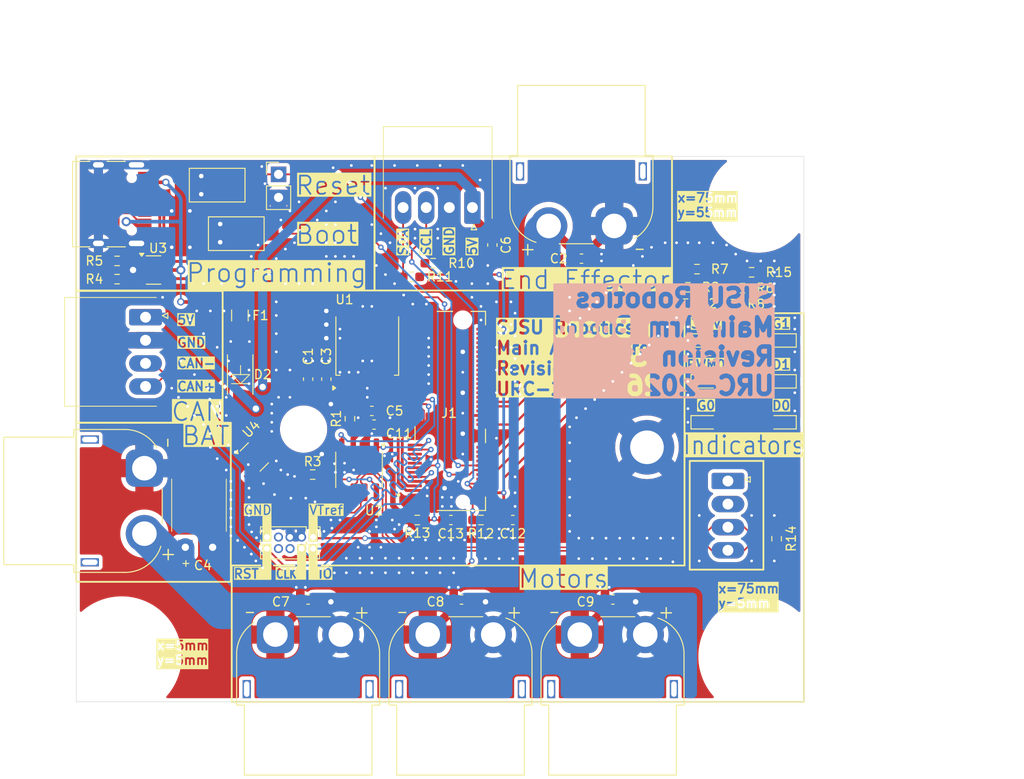
<source format=kicad_pcb>
(kicad_pcb (version 20240108) (generator "pcbnew") (generator_version "8.0")
  (layers (0 "F.Cu" signal) (31 "B.Cu" signal) (34 "B.Paste" user) (35 "F.Paste" user) (36 "B.SilkS" user "B.Silkscreen") (37 "F.SilkS" user "F.Silkscreen") (38 "B.Mask" user) (39 "F.Mask" user) (44 "Edge.Cuts" user))
  (net 0 "")
  (net 1 "GND")
  (net 2 "+5V")
  (net 3 "+3V3")
  (net 4 "VBUS_Det")
  (net 5 "~{Reset}")
  (net 6 "USB_IN_D-")
  (net 7 "USB_IN_D+")
  (net 8 "I2C_SDA")
  (net 9 "I2C_SCL")
  (net 10 "CAN_RX")
  (net 11 "CAN_TX")
  (net 12 "+BATT")
  (net 13 "Net-(U2-Rs)")
  (net 24 "Net-(J1-D0)")
  (net 26 "Net-(D5-A)")
  (net 27 "Net-(J1-PWM0)")
  (net 28 "Net-(J1-G0{slash}BUS0)")
  (net 33 "Net-(D6-A)")
  (net 35 "Net-(J1-D1{slash}CAM_TRIG)")
  (net 43 "SWDCK")
  (net 48 "~{Boot}")
  (net 60 "Net-(D1-A)")
  (net 61 "Net-(D3-A)")
  (net 62 "Net-(D4-A)")
  (net 65 "Net-(U1-EN)")
  (net 66 "VBUS")
  (net 67 "CC2")
  (net 68 "CC1")
  (net 71 "CAN_P")
  (net 72 "CAN_N")
  (net 79 "SWDIO")
  (net 80 "Net-(D7-A)")
  (net 82 "Net-(J1-G1{slash}BUS1)")
  (footprint "LED_SMD:LED_0603_1608Metric_Pad1.05x0.95mm_HandSolder" (layer "F.Cu") (at 159.25 104.75)
    (property "Reference" "D6" (hide yes))
    (property "Value" "LED")
  )
  (footprint "Resistor_SMD:R_0603_1608Metric_Pad0.98x0.95mm_HandSolder" (layer "F.Cu") (at 127.5 120 180)
    (property "Reference" "R13")
    (property "Value" "100k")
  )
  (footprint "Fuse:Fuse_1206_3216Metric_Pad1.42x1.75mm_HandSolder" (layer "F.Cu") (at 108 97.5 90)
    (property "Reference" "F1")
    (property "Value" "0.75A")
  )
  (footprint "Connector_AMASS:AMASS_XT60PW-F_1x02_P7.20mm_Horizontal" (layer "F.Cu") (at 97.5 114.3 90)
    (property "Reference" "BatIn1" (hide yes))
    (property "Value" "Conn_01x02_MountingPin")
  )
  (footprint "LED_SMD:LED_0603_1608Metric_Pad1.05x0.95mm_HandSolder" (layer "F.Cu") (at 167.5 104.75 180)
    (property "Reference" "D3" (hide yes))
    (property "Value" "LED")
  )
  (footprint "Capacitor_SMD:C_0603_1608Metric_Pad1.08x0.95mm_HandSolder" (layer "F.Cu") (at 149 128.75)
    (property "Reference" "C9")
    (property "Value" "10u")
  )
  (footprint "SJSU_common:DO-221AC" (layer "F.Cu") (at 105.57 104 90)
    (property "Reference" "D2")
    (property "Value" "3A" (hide yes))
  )
  (footprint "Package_TO_SOT_SMD:SOT-143_Handsoldering" (layer "F.Cu") (at 109.574607 113.067138 45)
    (property "Reference" "U4")
    (property "Value" "PRTR5V0U2AX-QVL")
  )
  (footprint "Connector_AMASS:AMASS_XT60PW-F_1x02_P7.20mm_Horizontal" (layer "F.Cu") (at 145.3625 132.6 180)
    (property "Reference" "BatOut4" (hide yes))
    (property "Value" "Conn_01x02_MountingPin")
  )
  (footprint "Package_TO_SOT_SMD:SOT-23-6" (layer "F.Cu") (at 98.5 92.5)
    (property "Reference" "U3")
    (property "Value" "DT1446-04TS-7")
  )
  (footprint "Button_Switch_SMD:SW_SPST_CK_RS282G05A3" (layer "F.Cu") (at 107.6 88.5)
    (property "Reference" "SW2" (hide yes))
    (property "Value" "SW_SPST")
  )
  (footprint "Resistor_SMD:R_0603_1608Metric_Pad0.98x0.95mm_HandSolder" (layer "F.Cu") (at 134.5 120 180)
    (property "Reference" "R12")
    (property "Value" "100k")
  )
  (footprint "Resistor_SMD:R_0603_1608Metric_Pad0.98x0.95mm_HandSolder" (layer "F.Cu") (at 158.25 92.4)
    (property "Reference" "R7")
    (property "Value" "1.5k")
  )
  (footprint "MountingHole:MountingHole_3.2mm_M3" (layer "F.Cu") (at 165 85)
    (property "Reference" "H2" (hide yes))
    (property "Value" "MountingHole")
  )
  (footprint "LED_SMD:LED_0603_1608Metric_Pad1.05x0.95mm_HandSolder" (layer "F.Cu") (at 159.25 100.25)
    (property "Reference" "D4" (hide yes))
    (property "Value" "LED")
  )
  (footprint "MountingHole:MountingHole_3.2mm_M3" (layer "F.Cu") (at 95 135)
    (property "Reference" "H1" (hide yes))
    (property "Value" "MountingHole")
  )
  (footprint "Connector_PinHeader_2.54mm:PinHeader_1x02_P2.54mm_Vertical" (layer "F.Cu") (at 112.25 81.975)
    (property "Reference" "J3" (hide yes))
    (property "Value" "Conn_01x02")
  )
  (footprint "Capacitor_THT:CP_Radial_D6.3mm_P2.50mm" (layer "F.Cu") (at 102.25 123)
    (property "Reference" "C4")
    (property "Value" "47u")
  )
  (footprint "Capacitor_SMD:C_0603_1608Metric_Pad1.08x0.95mm_HandSolder" (layer "F.Cu") (at 117.5 104.5 90)
    (property "Reference" "C3")
    (property "Value" "1u")
  )
  (footprint "Resistor_SMD:R_0603_1608Metric_Pad0.98x0.95mm_HandSolder" (layer "F.Cu") (at 116 115)
    (property "Reference" "R3")
    (property "Value" "TBD")
  )
  (footprint "SJSU_common:TO-252AD" (layer "F.Cu") (at 118.2 100.74 90)
    (property "Reference" "U1")
    (property "Value" "LF33_TO252" (hide yes))
  )
  (footprint "Button_Switch_SMD:SW_SPST_CK_RS282G05A3" (layer "F.Cu") (at 105.5 83.1625)
    (property "Reference" "SW1" (hide yes))
    (property "Value" "SW_SPST")
  )
  (footprint "Resistor_SMD:R_0603_1608Metric_Pad0.98x0.95mm_HandSolder" (layer "F.Cu") (at 120.094141 108.856618 -90)
    (property "Reference" "R1")
    (property "Value" "33k")
  )
  (footprint "Resistor_SMD:R_0603_1608Metric_Pad0.98x0.95mm_HandSolder" (layer "F.Cu") (at 162.25 96.25)
    (property "Reference" "R8")
    (property "Value" "1.5k")
  )
  (footprint "SJSU_common:micromod" (layer "F.Cu") (at 140.75 108 -90)
    (property "Reference" "J1")
    (property "Value" "MicroMod" (hide yes))
  )
  (footprint "Capacitor_SMD:C_0603_1608Metric_Pad1.08x0.95mm_HandSolder" (layer "F.Cu") (at 115.5 128.75)
    (property "Reference" "C7")
    (property "Value" "10u")
  )
  (footprint "Resistor_SMD:R_0603_1608Metric_Pad0.98x0.95mm_HandSolder" (layer "F.Cu") (at 94.5 93.5 180)
    (property "Reference" "R4")
    (property "Value" "5.1k")
  )
  (footprint "Resistor_SMD:R_0603_1608Metric_Pad0.98x0.95mm_HandSolder" (layer "F.Cu") (at 164.25 92.75)
    (property "Reference" "R15")
    (property "Value" "1.5k")
  )
  (footprint "SJSU_common:Pluggable_Terminal_2.54mm_4P_Vertical" (layer "F.Cu") (at 165.5 119.5 -90)
    (property "Reference" "CanOut1" (hide yes))
    (property "Value" "Conn_01x04_MountingPin")
  )
  (footprint "Connector_AMASS:AMASS_XT60PW-F_1x02_P7.20mm_Horizontal" (layer "F.Cu") (at 149.145 87.65)
    (property "Reference" "BatOut1" (hide yes))
    (property "Value" "Conn_01x02_MountingPin")
  )
  (footprint "MountingHole:MountingHole_3.2mm_M3" (layer "F.Cu") (at 115 110)
    (property "Reference" "H4" (hide yes))
    (property "Value" "MountingHole")
  )
  (footprint "Resistor_SMD:R_0603_1608Metric_Pad0.98x0.95mm_HandSolder" (layer "F.Cu") (at 163.25 94.5)
    (property "Reference" "R6")
    (property "Value" "1.5k")
  )
  (footprint "Capacitor_SMD:C_0603_1608Metric_Pad1.08x0.95mm_HandSolder" (layer "F.Cu") (at 115.5 104.5 90)
    (property "Reference" "C1")
    (property "Value" "100n")
  )
  (footprint "Connector_AMASS:AMASS_XT60PW-F_1x02_P7.20mm_Horizontal" (layer "F.Cu") (at 111.9 132.6 180)
    (property "Reference" "BatOut2" (hide yes))
    (property "Value" "Conn_01x02_MountingPin")
  )
  (footprint "Capacitor_SMD:C_0603_1608Metric_Pad1.08x0.95mm_HandSolder" (layer "F.Cu") (at 138 120 180)
    (property "Reference" "C12")
    (property "Value" "100n")
  )
  (footprint "Capacitor_SMD:C_0603_1608Metric_Pad1.08x0.95mm_HandSolder" (layer "F.Cu") (at 132.3625 128.75)
    (property "Reference" "C8")
    (property "Value" "10u")
  )
  (footprint "Capacitor_SMD:C_0603_1608Metric_Pad1.08x0.95mm_HandSolder" (layer "F.Cu") (at 122.5 108 180)
    (property "Reference" "C5")
    (property "Value" "2.2u")
  )
  (footprint "MountingHole:MountingHole_3.2mm_M3" (layer "F.Cu") (at 165 135)
    (property "Reference" "H3" (hide yes))
    (property "Value" "MountingHole")
  )
  (footprint "LED_SMD:LED_0603_1608Metric_Pad1.05x0.95mm_HandSolder" (layer "F.Cu") (at 167.5 100.25 180)
    (property "Reference" "D7" (hide yes))
    (property "Value" "LED")
  )
  (footprint "Resistor_SMD:R_0603_1608Metric_Pad0.98x0.95mm_HandSolder" (layer "F.Cu") (at 129.25 91.75)
    (property "Reference" "R10")
    (property "Value" "4.7k")
  )
  (footprint "Capacitor_SMD:C_0603_1608Metric_Pad1.08x0.95mm_HandSolder" (layer "F.Cu") (at 131.191835 120)
    (property "Reference" "C13")
    (property "Value" "100n")
  )
  (footprint "Resistor_SMD:R_0603_1608Metric_Pad0.98x0.95mm_HandSolder" (layer "F.Cu") (at 94.5 91.5 180)
    (property "Reference" "R5")
    (property "Value" "5.1k")
  )
  (footprint "Resistor_SMD:R_0603_1608Metric_Pad0.98x0.95mm_HandSolder" (layer "F.Cu") (at 157 96.2)
    (property "Reference" "R2")
    (property "Value" "1.5k")
  )
  (footprint "LED_SMD:LED_0603_1608Metric_Pad1.05x0.95mm_HandSolder" (layer "F.Cu") (at 167.5 109.25 180)
    (property "Reference" "D5" (hide yes))
    (property "Value" "LED")
  )
  (footprint "Connector_USB:USB_C_Receptacle_HRO_TYPE-C-31-M-12" (layer "F.Cu") (at 93.5 85.25 -90)
    (property "Reference" "Programming1" (hide yes))
    (property "Value" "USB_C_Receptacle_USB2.0_14P")
  )
  (footprint "Resistor_SMD:R_0603_1608Metric_Pad0.98x0.95mm_HandSolder" (layer "F.Cu") (at 167 122.055 90)
    (property "Reference" "R14")
    (property "Value" "120")
  )
  (footprint "Resistor_SMD:R_0603_1608Metric_Pad0.98x0.95mm_HandSolder" (layer "F.Cu") (at 157.25 94.4)
    (property "Reference" "R9")
    (property "Value" "1.5k")
  )
  (footprint "Connector_AMASS:AMASS_XT60PW-F_1x02_P7.20mm_Horizontal" (layer "F.Cu") (at 128.65 132.6 180)
    (property "Reference" "BatOut3" (hide yes))
    (property "Value" "Conn_01x02_MountingPin")
  )
  (footprint "Capacitor_SMD:C_0603_1608Metric_Pad1.08x0.95mm_HandSolder" (layer "F.Cu") (at 122.75 109.5 180)
    (property "Reference" "C11")
    (property "Value" "100n")
  )
  (footprint "SJSU_common:Pluggable_Terminal_2.54mm_4P_Horizontal" (layer "F.Cu") (at 129.53 89.075 180)
    (property "Reference" "CanArmOut1" (hide yes))
    (property "Value" "Conn_01x04_MountingPin")
  )
  (footprint "Package_SO:SOIC-8_3.9x4.9mm_P1.27mm" (layer "F.Cu") (at 121.095 114.475 -90)
    (property "Reference" "U2")
    (property "Value" "SN65HVD230")
  )
  (footprint "Capacitor_SMD:C_0603_1608Metric_Pad1.08x0.95mm_HandSolder" (layer "F.Cu") (at 135.75 89.75 -90)
    (property "Reference" "C6")
    (property "Value" "1u")
  )
  (footprint "Capacitor_SMD:C_0603_1608Metric_Pad1.08x0.95mm_HandSolder" (layer "F.Cu") (at 145.55 91.25 180)
    (property "Reference" "C2")
    (property "Value" "10u")
  )
  (footprint "LED_SMD:LED_0603_1608Metric_Pad1.05x0.95mm_HandSolder" (layer "F.Cu") (at 159.25 109.25)
    (property "Reference" "D1" (hide yes))
    (property "Value" "LED")
  )
  (footprint "Connector_PinHeader_1.27mm:PinHeader_2x05_P1.27mm_Vertical" (layer "F.Cu") (at 116.05 121.875 -90)
    (property "Reference" "J2" (hide yes))
    (property "Value" "Conn_ARM_JTAG_SWD_10")
  )
  (footprint "SJSU_common:Pluggable_Terminal_2.54mm_4P_Horizontal" (layer "F.Cu") (at 101.075 101.72 -90)
    (property "Reference" "CanIn1" (hide yes))
    (property "Value" "Conn_01x04_MountingPin")
  )
  (footprint "Resistor_SMD:R_0603_1608Metric_Pad0.98x0.95mm_HandSolder" (layer "F.Cu") (at 126.8525 93.25 180)
    (property "Reference" "R11")
    (property "Value" "4.7k")
  )
  (gr_arc (start 96.85 86) (mid 96.35 85.5) (end 96.85 85) (stroke (width 0.3)) (layer "F.Cu") (net 7))
  (gr_arc (start 98.25 84.5) (mid 98.75 85) (end 98.25 85.5) (stroke (width 0.3)) (layer "F.Cu") (net 6))
  (gr_rect (start 90 109.3) (end 107 126.8) (stroke (width 0.2)) (fill none) (layer "F.SilkS"))
  (gr_rect (start 115.550374 122.65113) (end 116.550374 126.563309) (fill solid) (layer "F.SilkS"))
  (gr_rect (start 115.55 119.535537) (end 116.55 122.375) (fill solid) (layer "F.SilkS"))
  (gr_line (start 111.75 125) (end 114 125) (stroke (width 0.2)) (layer "F.SilkS"))
  (gr_line (start 107.1 125) (end 110.25 125) (stroke (width 0.2)) (layer "F.SilkS"))
  (gr_rect (start 110.115632 125.208447) (end 111.412185 126.53244) (stroke (width 0.1)) (fill solid) (layer "F.SilkS"))
  (gr_rect (start 122.8 80) (end 155.5 94.75) (stroke (width 0.2)) (fill none) (layer "F.SilkS"))
  (gr_rect (start 90 94.8) (end 106.1 109.3) (stroke (width 0.2)) (fill none) (layer "F.SilkS"))
  (gr_line (start 170 119.75) (end 170 140) (stroke (width 0.2)) (layer "F.SilkS"))
  (gr_rect (start 114.281262 122.677693) (end 115.281262 126.57017) (fill solid) (layer "F.SilkS"))
  (gr_rect (start 110.47 119.535538) (end 111.47 122.375) (fill solid) (layer "F.SilkS"))
  (gr_line (start 117 125) (end 156.875 125) (stroke (width 0.2)) (layer "F.SilkS"))
  (gr_line (start 107.1 140) (end 107.1 125) (stroke (width 0.2)) (layer "F.SilkS"))
  (gr_line (start 170 113) (end 170 119.75) (stroke (width 0.2)) (layer "F.SilkS"))
  (gr_line (start 156.875 125) (end 156.875 113) (stroke (width 0.2)) (layer "F.SilkS"))
  (gr_rect (start 90 80) (end 122.8 94.75) (stroke (width 0.2)) (fill none) (layer "F.SilkS"))
  (gr_rect (start 115.596825 125.205017) (end 116.643378 126.52901) (stroke (width 0.1)) (fill solid) (layer "F.SilkS"))
  (gr_rect (start 110.467065 122.608392) (end 111.467065 125.447854) (fill solid) (layer "F.SilkS"))
  (gr_line (start 170 140) (end 107.1 140) (stroke (width 0.2)) (layer "F.SilkS"))
  (gr_line (start 100.5 121.25) (end 100.5 115.5) (stroke (width 0.1)) (layer "F.SilkS"))
  (gr_rect (start 156.875 97.25) (end 170 113) (stroke (width 0.2)) (fill none) (layer "F.SilkS"))
  (gr_line (start 106.5 121.25) (end 106.5 115.5) (stroke (width 0.1)) (layer "F.SilkS"))
  (gr_rect (start 90 80) (end 170 140) (stroke (width 0.05)) (fill none) (layer "Edge.Cuts"))
  (gr_text "SJSU Robotics\nMain Arm Board\nRevision 3\nURC-2026" (at 167 106.4 0) (layer "B.SilkS" knockout) (effects (font (size 2 2) (thickness 0.5) (bold yes)) (justify left bottom mirror)))
  (gr_text "3.3V" (at 159.25 99 0) (layer "F.SilkS" knockout) (effects (font (size 1 1) (thickness 0.2) (bold yes)) (justify bottom)))
  (gr_text "GND" (at 101 100.5 0) (layer "F.SilkS" knockout) (effects (font (size 1 1) (thickness 0.2) (bold yes)) (justify left)))
  (gr_text "PWM0" (at 159.25 103.5 0) (layer "F.SilkS" knockout) (effects (font (size 1 1) (thickness 0.2) (bold yes)) (justify bottom)))
  (gr_text "RST" (at 107.200104 126.501569 0) (layer "F.SilkS" knockout) (effects (font (size 1 1) (thickness 0.2) (bold yes)) (justify left bottom)))
  (gr_text "End Effector" (at 136.5 94.75 0) (layer "F.SilkS" knockout) (effects (font (size 2 2) (thickness 0.2)) (justify left bottom)))
  (gr_text "D0" (at 167.5 108 0) (layer "F.SilkS" knockout) (effects (font (size 1 1) (thickness 0.2) (bold yes)) (justify bottom)))
  (gr_text "5V" (at 101 98 0) (layer "F.SilkS" knockout) (effects (font (size 1 1) (thickness 0.2) (bold yes)) (justify left)))
  (gr_text "G0" (at 159.25 108 0) (layer "F.SilkS" knockout) (effects (font (size 1 1) (thickness 0.2) (bold yes)) (justify bottom)))
  (gr_text "5V" (at 133.56 91 90) (layer "F.SilkS" knockout) (effects (font (size 1 1) (thickness 0.2) (bold yes)) (justify left)))
  (gr_text "SJSU Robotics\nMain Arm Board\nRevision 3\nURC-2026" (at 136 106.4 0) (layer "F.SilkS" knockout) (effects (font (size 1.4 1.4) (thickness 0.3) (bold yes)) (justify left bottom)))
  (gr_text "Motors" (at 143.55 127.621181 0) (layer "F.SilkS" knockout) (effects (font (size 2 2) (thickness 0.2)) (justify bottom)))
  (gr_text "CAN+" (at 101 105.31 0) (layer "F.SilkS" knockout) (effects (font (size 1 1) (thickness 0.2) (bold yes)) (justify left)))
  (gr_text "Programming" (at 101.982356 93.983326 0) (layer "F.SilkS" knockout) (effects (font (size 2 2) (thickness 0.2)) (justify left bottom)))
  (gr_text "Boot" (at 114 88.6 0) (layer "F.SilkS" knockout) (effects (font (size 2 2) (thickness 0.2)) (justify left)))
  (gr_text "GND" (at 111.57 119.5 0) (layer "F.SilkS" knockout) (effects (font (size 1 1)) (justify right bottom)))
  (gr_text "SCL" (at 128.48 91 90) (layer "F.SilkS" knockout) (effects (font (size 1 1) (thickness 0.2) (bold yes)) (justify left)))
  (gr_text "G1" (at 167.5 99 0) (layer "F.SilkS" knockout) (effects (font (size 1 1) (thickness 0.2) (bold yes)) (justify bottom)))
  (gr_text "CAN-" (at 101 102.77 0) (layer "F.SilkS" knockout) (effects (font (size 1 1) (thickness 0.2) (bold yes)) (justify left)))
  (gr_text "CAN" (at 100.332586 109.265763 0) (layer "F.SilkS" knockout) (effects (font (size 2 2) (thickness 0.2)) (justify left bottom)))
  (gr_text "IO" (at 116.5 126.5 0) (layer "F.SilkS" knockout) (effects (font (size 1 1) (thickness 0.2) (bold yes)) (justify left bottom)))
  (gr_text "GND" (at 131.02 91 90) (layer "F.SilkS" knockout) (effects (font (size 1 1) (thickness 0.2) (bold yes)) (justify left)))
  (gr_text "Indicators" (at 156.576423 110.592543 0) (layer "F.SilkS" knockout) (effects (font (size 2 1.8) (thickness 0.2)) (justify left top)))
  (gr_text "Reset" (at 114 83.2 0) (layer "F.SilkS" knockout) (effects (font (size 2 2) (thickness 0.2)) (justify left)))
  (gr_text "BAT" (at 101.5 111.9 0) (layer "F.SilkS" knockout) (effects (font (size 2 2) (thickness 0.2)) (justify left bottom)))
  (gr_text "x=5mm\ny=5mm" (at 98.75 136 0) (layer "F.SilkS" knockout) (effects (font (size 1 1) (thickness 0.2) (bold yes)) (justify left bottom)))
  (gr_text "x=75mm\ny=55mm" (at 156 86.75 0) (layer "F.SilkS" knockout) (effects (font (size 1 1) (thickness 0.2) (bold yes)) (justify left bottom)))
  (gr_text "SDA" (at 125.94 91 90) (layer "F.SilkS" knockout) (effects (font (size 1 1) (thickness 0.2) (bold yes)) (justify left)))
  (gr_text "D1" (at 167.5 103.5 0) (layer "F.SilkS" knockout) (effects (font (size 1 1) (thickness 0.2) (bold yes)) (justify bottom)))
  (gr_text "VTref" (at 115.543101 119.5 0) (layer "F.SilkS" knockout) (effects (font (size 1 1)) (justify left bottom)))
  (gr_text "x=75mm\ny=5mm" (at 160.5 129.75 0) (layer "F.SilkS" knockout) (effects (font (size 1 1) (thickness 0.2) (bold yes)) (justify left bottom)))
  (gr_text "CLK" (at 111.85 126.5 0) (layer "F.SilkS" knockout) (effects (font (size 1 0.8) (thickness 0.2) (bold yes)) (justify left bottom)))
  (segment (start 114.6375 129.8625) (end 111.9 132.6) (width 1) (layer "F.Cu") (net 1))
  (segment (start 129.75 115.75) (end 127.225 115.75) (width 0.3) (layer "F.Cu") (net 1))
  (segment (start 127.999999 107.75) (end 128.227 107.977001) (width 0.2) (layer "F.Cu") (net 1))
  (segment (start 128.25 106.25) (end 129 105.5) (width 0.3) (layer "F.Cu") (net 1))
  (segment (start 131.5 129.75) (end 128.65 132.6) (width 1) (layer "F.Cu") (net 1))
  (segment (start 128.936694 99.073829) (end 128.573829 99.073829) (width 0.3) (layer "F.Cu") (net 1))
  (segment (start 127.225 117.25) (end 128 118.025) (width 0.3) (layer "F.Cu") (net 1))
  (segment (start 127.225 106.25) (end 128.25 106.25) (width 0.3) (layer "F.Cu") (net 1))
  (segment (start 127.999999 109.25) (end 127.225 109.25) (width 0.2) (layer "F.Cu") (net 1))
  (segment (start 114.6375 128.75) (end 114.6375 129.8625) (width 1) (layer "F.Cu") (net 1))
  (segment (start 133.5 108.5) (end 133 108) (width 0.3) (layer "F.Cu") (net 1))
  (segment (start 131.5 128.75) (end 131.5 129.75) (width 1) (layer "F.Cu") (net 1))
  (segment (start 148.1375 128.75) (end 148.1375 129.825) (width 1) (layer "F.Cu") (net 1))
  (segment (start 127.225 98.75) (end 128 97.975) (width 0.3) (layer "F.Cu") (net 1))
  (segment (start 146.4125 91.25) (end 146.4125 90.3825) (width 1) (layer "F.Cu") (net 1))
  (segment (start 128.75 109.25) (end 129 109.5) (width 0.3) (layer "F.Cu") (net 1))
  (segment (start 128.25 98.75) (end 127.225 98.75) (width 0.3) (layer "F.Cu") (net 1))
  (segment (start 130.5 116.5) (end 129.75 115.75) (width 0.3) (layer "F.Cu") (net 1))
  (segment (start 128.227 107.977001) (end 128.227 109.022999) (width 0.2) (layer "F.Cu") (net 1))
  (segment (start 128.227 109.022999) (end 127.999999 109.25) (width 0.2) (layer "F.Cu") (net 1))
  (segment (start 146.4125 90.3825) (end 149.145 87.65) (width 1) (layer "F.Cu") (net 1))
  (segment (start 127.225 107.75) (end 127.999999 107.75) (width 0.2) (layer "F.Cu") (net 1))
  (segment (start 148.1375 129.825) (end 145.3625 132.6) (width 1) (layer "F.Cu") (net 1))
  (segment (start 134.775 108.5) (end 133.5 108.5) (width 0.3) (layer "F.Cu") (net 1))
  (segment (start 128.573829 99.073829) (end 128.25 98.75) (width 0.3) (layer "F.Cu") (net 1))
  (segment (start 127.225 109.25) (end 128.75 109.25) (width 0.3) (layer "F.Cu") (net 1))
  (via (at 134.4 82.6) (size 0.5) (drill 0.3) (layers "F.Cu" "B.Cu") (net 1))
  (via (at 114 89.5) (size 0.5) (drill 0.3) (layers "F.Cu" "B.Cu") (net 1))
  (via (at 132.5 103.75) (size 0.5) (drill 0.3) (layers "F.Cu" "B.Cu") (net 1))
  (via (at 117.5 91) (size 0.5) (drill 0.3) (layers "F.Cu" "B.Cu") (net 1))
  (via (at 123.5 88.5) (size 0.5) (drill 0.3) (layers "F.Cu" "B.Cu") (net 1))
  (via (at 157.25 107.75) (size 0.5) (drill 0.3) (layers "F.Cu" "B.Cu") (net 1))
  (via (at 150 103.75) (size 0.5) (drill 0.3) (layers "F.Cu" "B.Cu") (net 1))
  (via (at 112 96) (size 0.5) (drill 0.3) (layers "F.Cu" "B.Cu") (net 1))
  (via (at 128.75 104) (size 0.5) (drill 0.3) (layers "F.Cu" "B.Cu") (net 1))
  (via (at 112 103.5) (size 0.5) (drill 0.3) (layers "F.Cu" "B.Cu") (net 1))
  (via (at 133.5 94) (size 0.5) (drill 0.3) (layers "F.Cu" "B.Cu") (net 1))
  (via (at 110.6 116) (size 0.5) (drill 0.3) (layers "F.Cu" "B.Cu") (net 1))
  (via (at 113 90.2) (size 0.5) (drill 0.3) (layers "F.Cu" "B.Cu") (net 1))
  (via (at 109.75 124.5) (size 0.5) (drill 0.3) (layers "F.Cu" "B.Cu") (net 1))
  (via (at 156 89.5) (size 0.5) (drill 0.3) (layers "F.Cu" "B.Cu") (net 1))
  (via (at 144.25 98.5) (size 0.5) (drill 0.3) (layers "F.Cu" "B.Cu") (net 1))
  (via (at 124 125.8) (size 0.5) (drill 0.3) (layers "F.Cu" "B.Cu") (net 1))
  (via (at 114.2 127.4) (size 0.5) (drill 0.3) (layers "F.Cu" "B.Cu") (net 1))
  (via (at 107 119.75) (size 0.5) (drill 0.3) (layers "F.Cu" "B.Cu") (net 1))
  (via (at 146.75 122) (size 0.5) (drill 0.3) (layers "F.Cu" "B.Cu") (net 1))
  (via (at 106.75 102.5) (size 0.5) (drill 0.3) (layers "F.Cu" "B.Cu") (net 1))
  (via (at 131.25 118.5) (size 0.5) (drill 0.3) (layers "F.Cu" "B.Cu") (net 1))
  (via (at 115.25 102.5) (size 0.5) (drill 0.3) (layers "F.Cu" "B.Cu") (net 1))
  (via (at 147.25 96) (size 0.5) (drill 0.3) (layers "F.Cu" "B.Cu") (net 1))
  (via (at 118.5 114.75) (size 0.5) (drill 0.3) (layers "F.Cu" "B.Cu") (net 1))
  (via (at 136.5 124.25) (size 0.5) (drill 0.3) (layers "F.Cu" "B.Cu") (net 1))
  (via (at 131.25 117.5) (size 0.5) (drill 0.3) (layers "F.Cu" "B.Cu") (net 1))
  (via (at 160 89.5) (size 0.5) (drill 0.3) (layers "F.Cu" "B.Cu") (net 1))
  (via (at 148.6 127.4) (size 0.5) (drill 0.3) (layers "F.Cu" "B.Cu") (net 1))
  (via (at 132.5 112.75) (size 0.5) (drill 0.3) (layers "F.Cu" "B.Cu") (net 1))
  (via (at 115.237948 117.596286) (size 0.5) (drill 0.3) (layers "F.Cu" "B.Cu") (net 1))
  (via (at 127 125.8) (size 0.5) (drill 0.3) (layers "F.Cu" "B.Cu") (net 1))
  (via (at 166.75 95.25) (size 0.5) (drill 0.3) (layers "F.Cu" "B.Cu") (net 1))
  (via (at 106.75 111.75) (size 0.5) (drill 0.3) (layers "F.Cu" "B.Cu") (net 1))
  (via (at 100.5 86) (size 0.7) (drill 0.4) (layers "F.Cu" "B.Cu") (net 1))
  (via (at 169 99) (size 0.5) (drill 0.3) (layers "F.Cu" "B.Cu") (net 1))
  (via (at 137.8 101) (size 0.5) (drill 0.3) (layers "F.Cu" "B.Cu") (net 1))
  (via (at 111.5 109.25) (size 0.5) (drill 0.3) (layers "F.Cu" "B.Cu") (net 1))
  (via (at 105.83346 87.440165) (size 1) (drill 0.5) (layers "F.Cu" "B.Cu") (net 1))
  (via (at 121 108.75) (size 0.5) (drill 0.3) (layers "F.Cu" "B.Cu") (net 1))
  (via (at 112 97.5) (size 0.5) (drill 0.3) (layers "F.Cu" "B.Cu") (net 1))
  (via (at 133.5 92) (size 0.5) (drill 0.3) (layers "F.Cu" "B.Cu") (net 1))
  (via (at 156 97.75) (size 0.5) (drill 0.3) (layers "F.Cu" "B.Cu") (net 1))
  (via (at 136.5 121) (size 0.5) (drill 0.3) (layers "F.Cu" "B.Cu") (net 1))
  (via (at 128.75 103) (size 0.5) (drill 0.3) (layers "F.Cu" "B.Cu") (net 1))
  (via (at 153 100.75) (size 0.5) (drill 0.3) (layers "F.Cu" "B.Cu") (net 1))
  (via (at 118.4 113.8) (size 0.5) (drill 0.3) (layers "F.Cu" "B.Cu") (net 1))
  (via (at 124.5 110.75) (size 0.5) (drill 0.3) (layers "F.Cu" "B.Cu") (net 1))
  (via (at 129.75 89) (size 0.5) (drill 0.3) (layers "F.Cu" "B.Cu") (net 1))
  (via (at 105.5 113.25) (size 0.5) (drill 0.3) (layers "F.Cu" "B.Cu") (net 1))
  (via (at 128.75 101) (size 0.5) (drill 0.3) (layers "F.Cu" "B.Cu") (net 1))
  (via (at 169 103.5) (size 0.5) (drill 0.3) (layers "F.Cu" "B.Cu") (net 1))
  (via (at 125.5 120.5) (size 0.5) (drill 0.3) (layers "F.Cu" "B.Cu") (net 1))
  (via (at 116 102.5) (size 0.5) (drill 0.3) (layers "F.Cu" "B.Cu") (net 1))
  (via (at 123 92) (size 0.5) (drill 0.3) (layers "F.Cu" "B.Cu") (net 1))
  (via (at 148 105.75) (size 0.5) (drill 0.3) (layers "F.Cu" "B.Cu") (net 1))
  (via (at 122.5 110.5) (size 0.5) (drill 0.3) (layers "F.Cu" "B.Cu") (net 1))
  (via (at 132.5 110.5) (size 1) (drill 0.5) (layers "F.Cu" "B.Cu") (net 1))
  (via (at 118.383505 125.812182) (size 0.5) (drill 0.3) (layers "F.Cu" "B.Cu") (net 1))
  (via (at 111.5 108.25) (size 0.5) (drill 0.3) (layers "F.Cu" "B.Cu") (net 1))
  (via (at 104.5 105.5) (size 0.5) (drill 0.3) (layers "F.Cu" "B.Cu") (net 1))
  (via (at 110.5 125.25) (size 0.5) (drill 0.3) (layers "F.Cu" "B.Cu") (net 1))
  (via (at 124.75 120) (size 0.5) (drill 0.3) (layers "F.Cu" "B.Cu") (net 1))
  (via (at 130.5 116.5) (size 1) (drill 0.5) (layers "F.Cu" "B.Cu") (net 1))
  (via (at 124 124.2) (size 0.5) (drill 0.3) (layers "F.Cu" "B.Cu") (net 1))
  (via (at 113.5 86) (size 0.5) (drill 0.3) (layers "F.Cu" "B.Cu") (net 1))
  (via (at 116.5 87) (size 0.5) (drill 0.3) (layers "F.Cu" "B.Cu") (net 1))
  (via (at 109 105) (size 0.5) (drill 0.3) (layers "F.Cu" "B.Cu") (net 1))
  (via (at 104 94) (size 0.5) (drill 0.3) (layers "F.Cu" "B.Cu") (net 1))
  (via (at 117.25 121.25) (size 0.5) (drill 0.3) (layers "F.Cu" "B.Cu") (net 1))
  (via (at 117 102.5) (size 0.5) (drill 0.3) (layers "F.Cu" "B.Cu") (net 1))
  (via (at 132.5 81) (size 0.5) (drill 0.3) (layers "F.Cu" "B.Cu") (net 1))
  (via (at 145.4 97.8) (size 0.5) (drill 0.3) (layers "F.Cu" "B.Cu") (net 1))
  (via (at 127 124.2) (size 0.5) (drill 0.3) (layers "F.Cu" "B.Cu") (net 1))
  (via (at 129.00541 113.335095) (size 0.5) (drill 0.3) (layers "F.Cu" "B.Cu") (net 1))
  (via (at 123 120) (size 0.5) (drill 0.3) (layers "F.Cu" "B.Cu") (net 1))
  (via (at 125.5 125.8) (size 0.5) (drill 0.3) (layers "F.Cu" "B.Cu") (net 1))
  (via (at 118.25 81.25) (size 0.5) (drill 0.3) (layers "F.Cu" "B.Cu") (net 1))
  (via (at 103.75 84.1625) (size 1) (drill 0.5) (layers "F.Cu" "B.Cu") (net 1))
  (via (at 157.25 104.75) (size 0.5) (drill 0.3) (layers "F.Cu" "B.Cu") (net 1))
  (via (at 109.821385 121.951319) (size 0.5) (drill 0.3) (layers "F.Cu" "B.Cu") (net 1))
  (via (at 151.25 92) (size 0.5) (drill 0.3) (layers "F.Cu" "B.Cu") (net 1))
  (via (at 157.25 89.5) (size 0.5) (drill 0.3) (layers "F.Cu" "B.Cu") (net 1))
  (via (at 130 81) (size 0.5) (drill 0.3) (layers "F.Cu" "B.Cu") (net 1))
  (via (at 136.2 96) (size 0.5) (drill 0.3) (layers "F.Cu" "B.Cu") (net 1))
  (via (at 109 120.5) (size 0.5) (drill 0.3) (layers "F.Cu" "B.Cu") (net 1))
  (via (at 154.25 124.25) (size 0.5) (drill 0.3) (layers "F.Cu" "B.Cu") (net 1))
  (via (at 109 119.5) (size 0.5) (drill 0.3) (layers "F.Cu" "B.Cu") (net 1))
  (via (at 138.25 118.5) (size 0.5) (drill 0.3) (layers "F.Cu" "B.Cu") (net 1))
  (via (at 138.25 97.25) (size 0.5) (drill 0.3) (layers "F.Cu" "B.Cu") (net 1))
  (via (at 102.25 107.5) (size 0.5) (drill 0.3) (layers "F.Cu" "B.Cu") (net 1))
  (via (at 122.5 124.2) (size 0.5) (drill 0.3) (layers "F.Cu" "B.Cu") (net 1))
  (via (at 154.25 122) (size 0.5) (drill 0.3) (layers "F.Cu" "B.Cu") (net 1))
  (via (at 157.25 101.75) (size 0.5) (drill 0.3) (layers "F.Cu" "B.Cu") (net 1))
  (via (at 128.5 125.8) (size 0.5) (drill 0.3) (layers "F.Cu" "B.Cu") (net 1))
  (via (at 151.25 122) (size 0.5) (drill 0.3) (layers "F.Cu" "B.Cu") (net 1))
  (via (at 105.83346 89.440165) (size 1) (drill 0.5) (layers "F.Cu" "B.Cu") (net 1))
  (via (at 158.5 124.5) (size 0.5) (drill 0.3) (layers "F.Cu" "B.Cu") (net 1))
  (via (at 136.5 122) (size 0.5) (drill 0.3) (layers "F.Cu" "B.Cu") (net 1))
  (via (at 127 96.25) (size 0.5) (drill 0.3) (layers "F.Cu" "B.Cu") (net 1))
  (via (at 128.58558 117.34741) (size 0.5) (drill 0.3) (layers "F.Cu" "B.Cu") (net 1))
  (via (at 117.5 100) (size 1) (drill 0.5) (layers "F.Cu" "B.Cu") (net 1))
  (via (at 166.75 96.5) (size 0.5) (drill 0.3) (layers "F.Cu" "B.Cu") (net 1))
  (via (at 131.75 93.75) (size 0.5) (drill 0.3) (layers "F.Cu" "B.Cu") (net 1))
  (via (at 129.9 122.2) (size 0.5) (drill 0.3) (layers "F.Cu" "B.Cu") (net 1))
  (via (at 144.25 115.5) (size 0.5) (drill 0.3) (layers "F.Cu" "B.Cu") (net 1))
  (via (at 107 118.75) (size 0.5) (drill 0.3) (layers "F.Cu" "B.Cu") (net 1))
  (via (at 152.75 124.25) (size 0.5) (drill 0.3) (layers "F.Cu" "B.Cu") (net 1))
  (via (at 144.25 113.5) (size 0.5) (drill 0.3) (layers "F.Cu" "B.Cu") (net 1))
  (via (at 113.25 115) (size 0.5) (drill 0.3) (layers "F.Cu" "B.Cu") (net 1))
  (via (at 138.25 115.25) (size 0.5) (drill 0.3) (layers "F.Cu" "B.Cu") (net 1))
  (via (at 132.5 106) (size 1) (drill 0.5) (layers "F.Cu" "B.Cu") (net 1))
  (via (at 154 99.75) (size 0.5) (drill 0.3) (layers "F.Cu" "B.Cu") (net 1))
  (via (at 136.2 103.5) (size 0.5) (drill 0.3) (layers "F.Cu" "B.Cu") (net 1))
  (via (at 134.5 96.5) (size 0.5) (drill 0.3) (layers "F.Cu" "B.Cu") (net 1))
  (via (at 110.4 81.1125) (size 0.5) (drill 0.3) (layers "F.Cu" "B.Cu") (net 1))
  (via (at 153.25 90) (size 0.5) (drill 0.3) (layers "F.Cu" "B.Cu") (net 1))
  (via (at 117.5 87.5) (size 0.5) (drill 0.3) (layers "F.Cu" "B.Cu") (net 1))
  (via (at 132.5 101.5) (size 1) (drill 0.5) (layers "F.Cu" "B.Cu") (net 1))
  (via (at 127.25 89) (size 0.5) (drill 0.3) (layers "F.Cu" "B.Cu") (net 1))
  (via (at 166.75 91.5) (size 0.5) (drill 0.3) (layers "F.Cu" "B.Cu") (net 1))
  (via (at 138.25 102.25) (size 0.5) (drill 0.3) (layers "F.Cu" "B.Cu") (net 1))
  (via (at 155.6 124.6) (size 0.5) (drill 0.3) (layers "F.Cu" "B.Cu") (net 1))
  (via (at 147.6 127.4) (size 0.5) (drill 0.3) (layers "F.Cu" "B.Cu") (net 1))
  (via (at 111.5 107.25) (size 0.5) (drill 0.3) (layers "F.Cu" "B.Cu") (net 1))
  (via (at 114 115.2) (size 0.5) (drill 0.3) (layers "F.Cu" "B.Cu") (net 1))
  (via (at 123.5 123) (size 0.5) (drill 0.3) (layers "F.Cu" "B.Cu") (net 1))
  (via (at 117.5 89.5) (size 0.5) (drill 0.3) (layers "F.Cu" "B.Cu") (net 1))
  (via (at 114.5 85) (size 0.5) (drill 0.3) (layers "F.Cu" "B.Cu") (net 1))
  (via (at 166.75 92.75) (size 0.5) (drill 0.3) (layers "F.Cu" "B.Cu") (net 1))
  (via (at 130 124.2) (size 0.5) (drill 0.3) (layers "F.Cu" "B.Cu") (net 1))
  (via (at 155.6 122) (size 0.5) (drill 0.3) (layers "F.Cu" "B.Cu") (net 1))
  (via (at 127.5 81) (size 0.5) (drill 0.3) (layers "F.Cu" "B.Cu") (net 1))
  (via (at 129.75 83.5) (size 0.5) (drill 0.3) (layers "F.Cu" "B.Cu") (net 1))
  (via (at 107 115.75) (size 0.5) (drill 0.3) (layers "F.Cu" "B.Cu") (net 1))
  (via (at 129.75 88) (size 0.5) (drill 0.3) (layers "F.Cu" "B.Cu") (net 1))
  (via (at 151.25 124.25) (size 0.5) (drill 0.3) (layers "F.Cu" "B.Cu") (net 1))
  (via (at 112 91.25) (size 0.5) (drill 0.3) (layers "F.Cu" "B.Cu") (net 1))
  (via (at 138.25 99.75) (size 0.5) (drill 0.3) (layers "F.Cu" "B.Cu") (net 1))
  (via (at 146 107.75) (size 0.5) (drill 0.3) (layers "F.Cu" "B.Cu") (net 1))
  (via (at 101.25 106.5) (size 0.5) (drill 0.3) (layers "F.Cu" "B.Cu") (net 1))
  (via (at 165.25 91.5) (size 0.5) (drill 0.3) (layers "F.Cu" "B.Cu") (net 1))
  (via (at 107 120.75) (size 0.5) (drill 0.3) (layers "F.Cu" "B.Cu") (net 1))
  (via (at 132 115.75) (size 0.5) (drill 0.3) (layers "F.Cu" "B.Cu") (net 1))
  (via (at 118 120) (size 0.5) (drill 0.3) (layers "F.Cu" "B.Cu") (net 1))
  (via (at 109.25 123.75) (size 0.5) (drill 0.3) (layers "F.Cu" "B.Cu") (net 1))
  (via (at 131.5 125.8) (size 0.5) (drill 0.3) (layers "F.Cu" "B.Cu") (net 1))
  (via (at 166.75 94) (size 0.5) (drill 0.3) (layers "F.Cu" "B.Cu") (net 1))
  (via (at 119 120) (size 0.5) (drill 0.3) (layers "F.Cu" "B.Cu") (net 1))
  (via (at 135 124.25) (size 0.5) (drill 0.3) (layers "F.Cu" "B.Cu") (net 1))
  (via (at 127.25 88) (size 0.5) (drill 0.3) (layers "F.Cu" "B.Cu") (net 1))
  (via (at 100.5 90) (size 0.7) (drill 0.4) (layers "F.Cu" "B.Cu") (net 1))
  (via (at 109 117.5) (size 0.5) (drill 0.3) (layers "F.Cu" "B.Cu") (net 1))
  (via (at 109 103.5) (size 0.5) (drill 0.3) (layers "F.Cu" "B.Cu") (net 1))
  (via (at 162.5 90.75) (size 0.5) (drill 0.3) (layers "F.Cu" "B.Cu") (net 1))
  (via (at 124 93) (size 0.5) (drill 0.3) (layers "F.Cu" "B.Cu") (net 1))
  (via (at 169 106) (size 0.5) (drill 0.3) (layers "F.Cu" "B.Cu") (net 1))
  (via (at 119 103.75) (size 0.5) (drill 0.3) (layers "F.Cu" "B.Cu") (net 1))
  (via (at 116.25 118) (size 0.5) (drill 0.3) (layers "F.Cu" "B.Cu") (net 1))
  (via (at 117 112.75) (size 1) (drill 0.5) (layers "F.Cu" "B.Cu") (net 1))
  (via (at 137.5 121) (size 0.5) (drill 0.3) (layers "F.Cu" "B.Cu") (net 1))
  (via (at 157.25 98.75) (size 0.5) (drill 0.3) (layers "F.Cu" "B.Cu") (net 1))
  (via (at 112 101.5) (size 0.5) (drill 0.3) (layers "F.Cu" "B.Cu") (net 1))
  (via (at 130.25 118.5) (size 0.5) (drill 0.3) (layers "F.Cu" "B.Cu") (net 1))
  (via (at 119 100) (size 0.5) (drill 0.3) (layers "F.Cu" "B.Cu") (net 1))
  (via (at 145 108.75) (size 0.5) (drill 0.3) (layers "F.Cu" "B.Cu") (net 1))
  (via (at 147.75 90.75) (size 0.5) (drill 0.3) (layers "F.Cu" "B.Cu") (net 1))
  (via (at 109 116.5) (size 0.5) (drill 0.3) (layers "F.Cu" "B.Cu") (net 1))
  (via (at 110 89.75) (size 0.5) (drill 0.3) (layers "F.Cu" "B.Cu") (net 1))
  (via (at 125 121) (size 0.5) (drill 0.3) (layers "F.Cu" "B.Cu") (net 1))
  (via (at 107.5 112.5) (size 0.5) (drill 0.3) (layers "F.Cu" "B.Cu") (net 1))
  (via (at 104 99.5) (size 0.5) (drill 0.3) (layers "F.Cu" "B.Cu") (net 1))
  (via (at 130 125.8) (size 0.5) (drill 0.3) (layers "F.Cu" "B.Cu") (net 1))
  (via (at 103.75 82.1625) (size 1) (drill 0.5) (layers "F.Cu" "B.Cu") (net 1))
  (via (at 145.25 124.25) (size 0.5) (drill 0.3) (layers "F.Cu" "B.Cu") (net 1))
  (via (at 100.5 105.5) (size 0.5) (drill 0.3) (layers "F.Cu" "B.Cu") (net 1))
  (via (at 131.2 122.2) (size 0.5) (drill 0.3) (layers "F.Cu" "B.Cu") (net 1))
  (via (at 109.045376 100.371372) (size 0.5) (drill 0.3) (layers "F.Cu" "B.Cu") (net 1))
  (via (at 120.5 114.5) (size 0.5) (drill 0.3) (layers "F.Cu" "B.Cu") (net 1))
  (via (at 155 98.75) (size 0.5) (drill 0.3) (layers "F.Cu" "B.Cu") (net 1))
  (via (at 103.25 97) (size 0.5) (drill 0.3) (layers "F.Cu" "B.Cu") (net 1))
  (via (at 124.5 89.5) (size 0.5) (drill 0.3) (layers "F.Cu" "B.Cu") (net 1))
  (via (at 106.991268 100.362518) (size 0.5) (drill 0.3) (layers "F.Cu" "B.Cu") (net 1))
  (via (at 157.25 100.25) (size 0.5) (drill 0.3) (layers "F.Cu" "B.Cu") (net 1))
  (via (at 119 99) (size 0.5) (drill 0.3) (layers "F.Cu" "B.Cu") (net 1))
  (via (at 122.5 87.5) (size 0.5) (drill 0.3) (layers "F.Cu" "B.Cu") (net 1))
  (via (at 96.25 92.5) (size 0.9) (drill 0.7) (layers "F.Cu" "B.Cu") (net 1))
  (via (at 157.25 106.25) (size 0.5) (drill 0.3) (layers "F.Cu" "B.Cu") (net 1))
  (via (at 109 97.5) (size 0.5) (drill 0.3) (layers "F.Cu" "B.Cu") (net 1))
  (via (at 104.75 112) (size 0.5) (drill 0.3) (layers "F.Cu" "B.Cu") (net 1))
  (via (at 128.5 96.25) (size 0.5) (drill 0.3) (layers "F.Cu" "B.Cu") (net 1))
  (via (at 158.5 89.5) (size 0.5) (drill 0.3) (layers "F.Cu" "B.Cu") (net 1))
  (via (at 146.4 96.8) (size 0.5) (drill 0.3) (layers "F.Cu" "B.Cu") (net 1))
  (via (at 130.25 117.5) (size 0.5) (drill 0.3) (layers "F.Cu" "B.Cu") (net 1))
  (via (at 118.5 89.5) (size 0.5) (drill 0.3) (layers "F.Cu" "B.Cu") (net 1))
  (via (at 152.25 91) (size 0.5) (drill 0.3) (layers "F.Cu" "B.Cu") (net 1))
  (via (at 148.25 122) (size 0.5) (drill 0.3) (layers "F.Cu" "B.Cu") (net 1))
  (via (at 147.75 91.5) (size 0.5) (drill 0.3) (layers "F.Cu" "B.Cu") (net 1))
  (via (at 123 120.75) (size 0.5) (drill 0.3) (layers "F.Cu" "B.Cu") (net 1))
  (via (at 151 102.75) (size 0.5) (drill 0.3) (layers "F.Cu" "B.Cu") (net 1))
  (via (at 121.2 124.2) (size 0.5) (drill 0.3) (layers "F.Cu" "B.Cu") (net 1))
  (via (at 136.2 101) (size 0.5) (drill 0.3) (layers "F.Cu" "B.Cu") (net 1))
  (via (at 118.5 87.5) (size 0.5) (drill 0.3) (layers "F.Cu" "B.Cu") (net 1))
  (via (at 121.5 96.5) (size 0.5) (drill 0.3) (layers "F.Cu" "B.Cu") (net 1))
  (via (at 124.5 108.75) (size 0.5) (drill 0.3) (layers "F.Cu" "B.Cu") (net 1))
  (via (at 102.5 86) (size 0.7) (drill 0.4) (layers "F.Cu" "B.Cu") (net 1))
  (via (at 163.75 91.5) (size 0.5) (drill 0.3) (layers "F.Cu" "B.Cu") (net 1))
  (via (at 117.5 97) (size 1) (drill 0.5) (layers "F.Cu" "B.Cu") (net 1))
  (via (at 118 107.25) (size 1) (drill 0.5) (layers "F.Cu" "B.Cu") (net 1))
  (via (at 112 99.5) (size 0.5) (drill 0.3) (layers "F.Cu" "B.Cu") (net 1))
  (via (at 107 117.75) (size 0.5) (drill 0.3) (layers "F.Cu" "B.Cu") (net 1))
  (via (at 132.7 122.2) (size 0.5) (drill 0.3) (layers "F.Cu" "B.Cu") (net 1))
  (via (at 120.5 91) (size 0.5) (drill 0.3) (layers "F.Cu" "B.Cu") (net 1))
  (via (at 147 106.75) (size 0.5) (drill 0.3) (layers "F.Cu" "B.Cu") (net 1))
  (via (at 104.75 97) (size 0.5) (drill 0.3) (layers "F.Cu" "B.Cu") (net 1))
  (via (at 120 103.75) (size 0.5) (drill 0.3) (layers "F.Cu" "B.Cu") (net 1))
  (via (at 119.7 124.2) (size 0.5) (drill 0.3) (layers "F.Cu" "B.Cu") (net 1))
  (via (at 106.5 114.5) (size 0.5) (drill 0.3) (layers "F.Cu" "B.Cu") (net 1))
  (via (at 107 116.75) (size 0.5) (drill 0.3) (layers "F.Cu" "B.Cu") (net 1))
  (via (at 137.8 96) (size 0.5) (drill 0.3) (layers "F.Cu" "B.Cu") (net 1))
  (via (at 149 104.75) (size 0.5) (drill 0.3) (layers "F.Cu" "B.Cu") (net 1))
  (via (at 144.25 97) (size 0.5) (drill 0.3) (layers "F.Cu" "B.Cu") (net 1))
  (via (at 113.5 103.5) (size 0.5) (drill 0.3) (layers "F.Cu" "B.Cu") (net 1))
  (via (at 128.596852 116.453173) (size 0.5) (drill 0.3) (layers "F.Cu" "B.Cu") (net 1))
  (via (at 169 97.75) (size 0.5) (drill 0.3) (layers "F.Cu" "B.Cu") (net 1))
  (via (at 166.75 119.5) (size 0.5) (drill 0.3) (layers "F.Cu" "B.Cu") (net 1))
  (via (at 128.75 105) (size 0.5) (drill 0.3) (layers "F.Cu" "B.Cu") (net 1))
  (via (at 119.5 113.75) (size 0.5) (drill 0.3) (layers "F.Cu" "B.Cu") (net 1))
  (via (at 120.25 81) (size 0.5) (drill 0.3) (layers "F.Cu" "B.Cu") (net 1))
  (via (at 113.5 106.5) (size 0.5) (drill 0.3) (layers "F.Cu" "B.Cu") (net 1))
  (via (at 123.899655 112.932611) (size 0.5) (drill 0.3) (layers "F.Cu" "B.Cu") (net 1))
  (via (at 117.5 86) (size 0.5) (drill 0.3) (layers "F.Cu" "B.Cu") (net 1))
  (via (at 146.75 124.25) (size 0.5) (drill 0.3) (layers "F.Cu" "B.Cu") (net 1))
  (via (at 136.2 106) (size 0.5) (drill 0.3) (layers "F.Cu" "B.Cu") (net 1))
  (via (at 117.5 98.5) (size 1) (drill 0.5) (layers "F.Cu" "B.Cu") (net 1))
  (via (at 118.5 91) (size 0.5) (drill 0.3) (layers "F.Cu" "B.Cu") (net 1))
  (via (at 106.5 108.5) (size 0.5) (drill 0.3) (layers "F.Cu" "B.Cu") (net 1))
  (via (at 138.25 117) (size 0.5) (drill 0.3) (layers "F.Cu" "B.Cu") (net 1))
  (via (at 125 81) (size 0.5) (drill 0.3) (layers "F.Cu" "B.Cu") (net 1))
  (via (at 121.5 102.5) (size 0.5) (drill 0.3) (layers "F.Cu" "B.Cu") (net 1))
  (via (at 124 83.5) (size 0.5) (drill 0.3) (layers "F.Cu" "B.Cu") (net 1))
  (via (at 117.75 102.5) (size 0.5) (drill 0.3) (layers "F.Cu" "B.Cu") (net 1))
  (via (at 105.5 101) (size 0.5) (drill 0.3) (layers "F.Cu" "B.Cu") (net 1))
  (via (at 99.5 95.5) (size 0.5) (drill 0.3) (layers "F.Cu" "B.Cu") (net 1))
  (via (at 149.75 122) (size 0.5) (drill 0.3) (layers "F.Cu" "B.Cu") (net 1))
  (via (at 166.75 124.5) (size 0.5) (drill 0.3) (layers "F.Cu" "B.Cu") (net 1))
  (via (at 109 118.5) (size 0.5) (drill 0.3) (layers "F.Cu" "B.Cu") (net 1))
  (via (at 128.5 124.2) (size 0.5) (drill 0.3) (layers "F.Cu" "B.Cu") (net 1))
  (via (at 133.5 95.5) (size 0.5) (drill 0.3) (layers "F.Cu" "B.Cu") (net 1))
  (via (at 115.2 127.4) (size 0.5) (drill 0.3) (layers "F.Cu" "B.Cu") (net 1))
  (via (at 108.919787 113.905871) (size 0.5) (drill 0.3) (layers "F.Cu" "B.Cu") (net 1))
  (via (at 108.5 123) (size 0.5) (drill 0.3) (layers "F.Cu" "B.Cu") (net 1))
  (via (at 152.75 122) (size 0.5) (drill 0.3) (layers "F.Cu" "B.Cu") (net 1))
  (via (at 113.6 117.6) (size 0.5) (drill 0.3) (layers "F.Cu" "B.Cu") (net 1))
  (via (at 112.25 106.5) (size 0.5) (drill 0.3) (layers "F.Cu" "B.Cu") (net 1))
  (via (at 119.5 114.75) (size 0.5) (drill 0.3) (layers "F.Cu" "B.Cu") (net 1))
  (via (at 116 94) (size 0.5) (drill 0.3) (layers "F.Cu" "B.Cu") (net 1))
  (via (at 103 104) (size 0.5) (drill 0.3) (layers "F.Cu" "B.Cu") (net 1))
  (via (at 127.25 83.5) (size 0.5) (drill 0.3) (layers "F.Cu" "B.Cu") (net 1))
  (via (at 109.287175 121.309033) (size 0.5) (drill 0.3) (layers "F.Cu" "B.Cu") (net 1))
  (via (at 144.25 121.25) (size 0.5) (drill 0.3) (layers "F.Cu" "B.Cu") (net 1))
  (via (at 138.25 104.75) (size 0.5) (drill 0.3) (layers "F.Cu" "B.Cu") (net 1))
  (via (at 108 94) (size 0.5) (drill 0.3) (layers "F.Cu" "B.Cu") (net 1))
  (via (at 122 106.5) (size 0.5) (drill 0.3) (layers "F.Cu" "B.Cu") (net 1))
  (via (at 144.25 95.5) (size 0.5) (drill 0.3) (layers "F.Cu" "B.Cu") (net 1))
  (via (at 109.25 91) (size 0.5) (drill 0.3) (layers "F.Cu" "B.Cu") (net 1))
  (via (at 132.5 108.25) (size 0.5) (drill 0.3) (layers "F.Cu" "B.Cu") (net 1))
  (via (at 106.25 97) (size 0.5) (drill 0.3) (layers "F.Cu" "B.Cu") (net 1))
  (via (at 102.5 90) (size 0.7) (drill 0.4) (layers "F.Cu" "B.Cu") (net 1))
  (via (at 121 103.75) (size 0.5) (drill 0.3) (layers "F.Cu" "B.Cu") (net 1))
  (via (at 122 105.5) (size 0.5) (drill 0.3) (layers "F.Cu" "B.Cu") (net 1))
  (via (at 110.75 83) (size 0.5) (drill 0.3) (layers "F.Cu" "B.Cu") (net 1))
  (via (at 122.25 123) (size 0.5) (drill 0.3) (layers "F.Cu" "B.Cu") (net 1))
  (via (at 112 113.5) (size 0.5) (drill 0.3) (layers "F.Cu" "B.Cu") (net 1))
  (via (at 169 108) (size 0.5) (drill 0.3) (layers "F.Cu" "B.Cu") (net 1))
  (via (at 148.25 95) (size 0.5) (drill 0.3) (layers "F.Cu" "B.Cu") (net 1))
  (via (at 122.5 125.8) (size 0.5) (drill 0.3) (layers "F.Cu" "B.Cu") (net 1))
  (via (at 111.8 117.2) (size 0.5) (drill 0.3) (layers "F.Cu" "B.Cu") (net 1))
  (via (at 104 109.5) (size 0.5) (drill 0.3) (layers "F.Cu" "B.Cu") (net 1))
  (via (at 119.7 125.8) (size 0.5) (drill 0.3) (layers "F.Cu" "B.Cu") (net 1))
  (via (at 122.5 102.5) (size 0.5) (drill 0.3) (layers "F.Cu" "B.Cu") (net 1))
  (via (at 158.5 119.5) (size 0.5) (drill 0.3) (layers "F.Cu" "B.Cu") (net 1))
  (via (at 128.75 100) (size 0.5) (drill 0.3) (layers "F.Cu" "B.Cu") (net 1))
  (via (at 148.25 124.25) (size 0.5) (drill 0.3) (layers "F.Cu" "B.Cu") (net 1))
  (via (at 136.2 111) (size 0.5) (drill 0.3) (layers "F.Cu" "B.Cu") (net 1))
  (via (at 144.25 111.5) (size 0.5) (drill 0.3) (layers "F.Cu" "B.Cu") (net 1))
  (via (at 161.5 89.75) (size 0.5) (drill 0.3) (layers "F.Cu" "B.Cu") (net 1))
  (via (at 164.25 124.5) (size 0.5) (drill 0.3) (layers "F.Cu" "B.Cu") (net 1))
  (via (at 101.5 102.5) (size 0.5) (drill 0.3) (layers "F.Cu" "B.Cu") (net 1))
  (via (at 113 94) (size 0.5) (drill 0.3) (layers "F.Cu" "B.Cu") (net 1))
  (via (at 154.75 89.5) (size 0.5) (drill 0.3) (layers "F.Cu" "B.Cu") (net 1))
  (via (at 122.25 121.25) (size 0.5) (drill 0.3) (layers "F.Cu" "B.Cu") (net 1))
  (via (at 135.25 94) (size 0.5) (drill 0.3) (layers "F.Cu" "B.Cu") (net 1))
  (via (at 152 101.75) (size 0.5) (drill 0.3) (layers "F.Cu" "B.Cu") (net 1))
  (via (at 128.75 102) (size 0.5) (drill 0.3) (layers "F.Cu" "B.Cu") (net 1))
  (via (at 138 124.25) (size 0.5) (drill 0.3) (layers "F.Cu" "B.Cu") (net 1))
  (via (at 145.25 122) (size 0.5) (drill 0.3) (layers "F.Cu" "B.Cu") (net 1))
  (via (at 121.2 125.8) (size 0.5) (drill 0.3) (layers "F.Cu" "B.Cu") (net 1))
  (via (at 112.5 114.5) (size 0.5) (drill 0.3) (layers "F.Cu" "B.Cu") (net 1))
  (via (at 126 95.25) (size 0.5) (drill 0.3) (layers "F.Cu" "B.Cu") (net 1))
  (via (at 144.25 119.5) (size 0.5) (drill 0.3) (layers "F.Cu" "B.Cu") (net 1))
  (via (at 126.989916 122.198598) (size 0.5) (drill 0.3) (layers "F.Cu" "B.Cu") (net 1))
  (via (at 119.5 91) (size 0.5) (drill 0.3) (layers "F.Cu" "B.Cu") (net 1))
  (via (at 104.687551 106.705827) (size 0.5) (drill 0.3) (layers "F.Cu" "B.Cu") (net 1))
  (via (at 124.75 112.75) (size 0.5) (drill 0.3) (layers "F.Cu" "B.Cu") (net 1))
  (via (at 112.5 87) (size 0.5) (drill 0.3) (layers "F.Cu" "B.Cu") (net 1))
  (via (at 107 121.75) (size 0.5) (drill 0.3) (layers "F.Cu" "B.Cu") (net 1))
  (via (at 106 94) (size 0.5) (drill 0.3) (layers "F.Cu" "B.Cu") (net 1))
  (via (at 137.8 98.5) (size 0.5) (drill 0.3) (layers "F.Cu" "B.Cu") (net 1))
  (via (at 169 101.5) (size 0.5) (drill 0.3) (layers "F.Cu" "B.Cu") (net 1))
  (via (at 138 122) (size 0.5) (drill 0.3) (layers "F.Cu" "B.Cu") (net 1))
  (via (at 128.4 122.2) (size 0.5) (drill 0.3) (layers "F.Cu" "B.Cu") (net 1))
  (via (at 137.8 103.5) (size 0.5) (drill 0.3) (layers "F.Cu" "B.Cu") (net 1))
  (via (at 118.118297 120.899532) (size 0.5) (drill 0.3) (layers "F.Cu" "B.Cu") (net 1))
  (via (at 114.5 94) (size 0.5) (drill 0.3) (layers "F.Cu" "B.Cu") (net 1))
  (via (at 125.5 124.2) (size 0.5) (drill 0.3) (layers "F.Cu" "B.Cu") (net 1))
  (via (at 134.5 98) (size 0.5) (drill 0.3) (layers "F.Cu" "B.Cu") (net 1))
  (via (at 121 123) (size 0.5) (drill 0.3) (layers "F.Cu" "B.Cu") (net 1))
  (via (at 106.5 106.5) (size 0.5) (drill 0.3) (layers "F.Cu" "B.Cu") (net 1))
  (via (at 125 94) (size 0.5) (drill 0.3) (layers "F.Cu" "B.Cu") (net 1))
  (via (at 102.5 98) (size 0.5) (drill 0.3) (layers "F.Cu" "B.Cu") (net 1))
  (via (at 118.5 85) (size 0.5) (drill 0.3) (layers "F.Cu" "B.Cu") (net 1))
  (via (at 157.25 109.25) (size 0.5) (drill 0.3) (layers "F.Cu" "B.Cu") (net 1))
  (via (at 135 122) (size 0.5) (drill 0.3) (layers "F.Cu" "B.Cu") (net 1))
  (via (at 104.75 110.5) (size 0.5) (drill 0.3) (layers "F.Cu" "B.Cu") (net 1))
  (via (at 111.5 110.25) (size 0.5) (drill 0.3) (layers "F.Cu" "B.Cu") (net 1))
  (via (at 107.75 122.25) (size 0.5) (drill 0.3) (layers "F.Cu" "B.Cu") (net 1))
  (via (at 131 127.4) (size 0.5) (drill 0.3) (layers "F.Cu" "B.Cu") (net 1))
  (via (at 103 108.5) (size 0.5) (drill 0.3) (layers "F.Cu" "B.Cu") (net 1))
  (via (at 122.5 81) (size 0.5) (drill 0.3) (layers "F.Cu" "B.Cu") (net 1))
  (via (at 144.25 117.5) (size 0.5) (drill 0.3) (layers "F.Cu" "B.Cu") (net 1))
  (via (at 149.75 124.25) (size 0.5) (drill 0.3) (layers "F.Cu" "B.Cu") (net 1))
  (via (at 144.25 109.75) (size 0.5) (drill 0.3) (layers "F.Cu" "B.Cu") (net 1))
  (via (at 132 127.4) (size 0.5) (drill 0.3) (layers "F.Cu" "B.Cu") (net 1))
  (via (at 164.25 119.5) (size 0.5) (drill 0.3) (layers "F.Cu" "B.Cu") (net 1))
  (via (at 131.5 124.2) (size 0.5) (drill 0.3) (layers "F.Cu" "B.Cu") (net 1))
  (via (at 135.25 92) (size 0.5) (drill 0.3) (layers "F.Cu" "B.Cu") (net 1))
  (via (at 122.5 96.5) (size 0.5) (drill 0.3) (layers "F.Cu" "B.Cu") (net 1))
  (segment (start 111.6375 105.3625) (end 112.25 105.3625) (width 1) (layer "F.Cu") (net 2))
  (segment (start 110.5 105.3625) (end 111.6375 105.3625) (width 1) (layer "F.Cu") (net 2))
  (segment (start 110.5 105.3625) (end 109.5025 106.36) (width 1) (layer "F.Cu") (net 2))
  (segment (start 110.725 105.5) (end 110.8625 105.3625) (width 1) (layer "F.Cu") (net 2))
  (segment (start 119.0225 105.3625) (end 115.5 105.3625) (width 1) (layer "F.Cu") (net 2))
  (segment (start 133.56 86.6975) (end 135.75 88.8875) (width 1) (layer "F.Cu") (net 2))
  (segment (start 110.375 106.625) (end 111.6375 105.3625) (width 1) (layer "F.Cu") (net 2))
  (segment (start 109.5025 106.36) (end 108.03 106.36) (width 1) (layer "F.Cu") (net 2))
  (segment (start 110.375 106.625) (end 110.5 106.5) (width 1) (layer "F.Cu") (net 2))
  (segment (start 110.5 105.5) (end 110.725 105.5) (width 1) (layer "F.Cu") (net 2))
  (segment (start 110.8625 105.3625) (end 112.25 105.3625) (width 1) (layer "F.Cu") (net 2))
  (segment (start 112.25 105.3625) (end 115.5 105.3625) (width 1) (layer "F.Cu") (net 2))
  (segment (start 110.5 106.5) (end 110.5 105.5) (width 1) (layer "F.Cu") (net 2))
  (via (at 109.75 107.75) (size 1) (drill 0.7) (layers "F.Cu" "B.Cu") (net 2))
  (via (at 110.5 105.3625) (size 1) (drill 0.7) (layers "F.Cu" "B.Cu") (net 2))
  (segment (start 110.5 91) (end 119.25 82.25) (width 1) (layer "B.Cu") (net 2))
  (segment (start 133.56 83.825) (end 133.56 85.625) (width 1) (layer "B.Cu") (net 2))
  (segment (start 97.625 97.69) (end 99.69 97.69) (width 1) (layer "B.Cu") (net 2))
  (segment (start 131.985 82.25) (end 133.56 83.825) (width 1) (layer "B.Cu") (net 2))
  (segment (start 110.5 105.3625) (end 110.5 91) (width 1) (layer "B.Cu") (net 2))
  (segment (start 99.69 97.69) (end 109.75 107.75) (width 1) (layer "B.Cu") (net 2))
  (segment (start 119.25 82.25) (end 131.985 82.25) (width 1) (layer "B.Cu") (net 2))
  (segment (start 116.175 122) (end 116.05 121.875) (width 0.25) (layer "F.Cu") (net 3))
  (segment (start 135.4125 120) (end 137.1375 120) (width 0.4) (layer "F.Cu") (net 3))
  (segment (start 123.75 113.75) (end 124.817922 114.817922) (width 0.6) (layer "F.Cu") (net 3))
  (segment (start 129.5875 93) (end 130 93) (width 0.25) (layer "F.Cu") (net 3))
  (segment (start 124.54 106.939904) (end 120.46 111.019904) (width 0.6) (layer "F.Cu") (net 3))
  (segment (start 137 99) (end 134.775 99) (width 0.3) (layer "F.Cu") (net 3))
  (segment (start 130 93) (end 128.015 93) (width 0.25) (layer "F.Cu") (net 3))
  (segment (start 121 113.75) (end 123.75 113.75) (width 0.6) (layer "F.Cu") (net 3))
  (segment (start 124.54 105.8) (end 124.54 106.939904) (width 0.6) (layer "F.Cu") (net 3))
  (segment (start 134.4125 121) (end 135.4125 120) (width 0.6) (layer "F.Cu") (net 3))
  (segment (start 124.817922 118.417922) (end 127.4 121) (width 0.6) (layer "F.Cu") (net 3))
  (segment (start 137 115.4) (end 137 117) (width 0.25) (layer "F.Cu") (net 3))
  (segment (start 121.75 122) (end 116.175 122) (width 0.25) (layer "F.Cu") (net 3))
  (segment (start 124.817922 114.817922) (end 124.817922 118.417922) (width 0.6) (layer "F.Cu") (net 3))
  (segment (start 120.46 111.019904) (end 120.46 113.21) (width 0.6) (layer "F.Cu") (net 3))
  (segment (start 137 117) (end 134.775 117) (width 0.3) (layer "F.Cu") (net 3))
  (segment (start 127.4 121) (end 134.4125 121) (width 0.6) (layer "F.Cu") (net 3))
  (segment (start 137 119.8625) (end 137 117) (width 0.3) (layer "F.Cu") (net 3))
  (segment (start 130 93) (end 136.5 93) (width 0.25) (layer "F.Cu") (net 3))
  (segment (start 120.46 113.21) (end 121 113.75) (width 0.6) (layer "F.Cu") (net 3))
  (segment (start 126.6 121) (end 126.6 120.0125) (width 0.25) (layer "F.Cu") (net 3))
  (segment (start 128.3375 91.75) (end 129.5875 93) (width 0.25) (layer "F.Cu") (net 3))
  (segment (start 156.0875 96.3125) (end 137 115.4) (width 0.25) (layer "F.Cu") (net 3))
  (via (at 121.75 122) (size 0.6) (drill 0.4) (layers "F.Cu" "B.Cu") (net 3))
  (via (at 137 117) (size 0.6) (drill 0.3) (layers "F.Cu" "B.Cu") (net 3))
  (via (at 136.5 93) (size 0.6) (drill 0.3) (layers "F.Cu" "B.Cu") (net 3))
  (via (at 137 99) (size 0.6) (drill 0.3) (layers "F.Cu" "B.Cu") (net 3))
  (via (at 126.6 121) (size 0.6) (drill 0.4) (layers "F.Cu" "B.Cu") (net 3))
  (segment (start 121.75 122) (end 125.6 122) (width 0.25) (layer "B.Cu") (net 3))
  (segment (start 137 117) (end 137 93.5) (width 0.3) (layer "B.Cu") (net 3))
  (segment (start 137 93.5) (end 136.5 93) (width 0.25) (layer "B.Cu") (net 3))
  (segment (start 125.6 122) (end 126.6 121) (width 0.25) (layer "B.Cu") (net 3))
  (segment (start 105.5 107.5) (end 105.5 105.75) (width 0.2) (layer "F.Cu") (net 4))
  (segment (start 105.5 105.75) (end 108.03 103.22) (width 0.2) (layer "F.Cu") (net 4))
  (segment (start 128.59853 115.25) (end 129.049265 114.799265) (width 0.2) (layer "F.Cu") (net 4))
  (segment (start 127.225 115.25) (end 128.59853 115.25) (width 0.2) (layer "F.Cu") (net 4))
  (segment (start 108.03 99.5175) (end 107.5 98.9875) (width 0.4) (layer "F.Cu") (net 4))
  (segment (start 108.03 103.22) (end 108.03 101.64) (width 0.2) (layer "F.Cu") (net 4))
  (segment (start 108.03 101.64) (end 108.03 99.5175) (width 0.4) (layer "F.Cu") (net 4))
  (via (at 105.5 107.5) (size 0.6) (drill 0.3) (layers "F.Cu" "B.Cu") (net 4))
  (via (at 129.049265 114.799265) (size 0.6) (drill 0.3) (layers "F.Cu" "B.Cu") (net 4))
  (segment (start 105.5 111.820244) (end 105.5 111.25) (width 0.2) (layer "B.Cu") (net 4))
  (segment (start 117.179756 125) (end 111.757269 125) (width 0.2) (layer "B.Cu") (net 4))
  (segment (start 125.59853 118.25) (end 123.929756 118.25) (width 0.2) (layer "B.Cu") (net 4))
  (segment (start 108 121.242731) (end 108 114.320244) (width 0.2) (layer "B.Cu") (net 4))
  (segment (start 108 114.320244) (end 105.5 111.820244) (width 0.2) (layer "B.Cu") (net 4))
  (segment (start 111.757269 125) (end 108 121.242731) (width 0.2) (layer "B.Cu") (net 4))
  (segment (start 123.929756 118.25) (end 117.179756 125) (width 0.2) (layer "B.Cu") (net 4))
  (segment (start 105.5 107.5) (end 105.5 111.25) (width 0.2) (layer "B.Cu") (net 4))
  (segment (start 129.049265 114.799265) (end 125.59853 118.25) (width 0.2) (layer "B.Cu") (net 4))
  (segment (start 133 125) (end 112.825 125) (width 0.2) (layer "F.Cu") (net 5))
  (segment (start 133 116) (end 133.5875 116.5875) (width 0.2) (layer "F.Cu") (net 5))
  (segment (start 133.5 124.5) (end 133 125) (width 0.2) (layer "F.Cu") (net 5))
  (segment (start 118.725 81.975) (end 112.25 81.975) (width 0.2) (layer "F.Cu") (net 5))
  (segment (start 121.25 84.5) (end 118.725 81.975) (width 0.2) (layer "F.Cu") (net 5))
  (segment (start 133.5875 119) (end 133.5875 120) (width 0.2) (layer "F.Cu") (net 5))
  (segment (start 133.5875 116.5875) (end 133.5875 119) (width 0.2) (layer "F.Cu") (net 5))
  (segment (start 134.775 116) (end 133 116) (width 0.2) (layer "F.Cu") (net 5))
  (segment (start 112.25 81.975) (end 110.5875 81.975) (width 0.2) (layer "F.Cu") (net 5))
  (segment (start 110.5875 81.975) (end 109.4 83.1625) (width 0.2) (layer "F.Cu") (net 5))
  (segment (start 112.825 125) (end 110.97 123.145) (width 0.2) (layer "F.Cu") (net 5))
  (via (at 121.25 84.5) (size 0.6) (drill 0.3) (layers "F.Cu" "B.Cu") (net 5))
  (via (at 133.5875 119) (size 0.6) (drill 0.3) (layers "F.Cu" "B.Cu") (net 5))
  (via (at 133 116) (size 0.6) (drill 0.3) (layers "F.Cu" "B.Cu") (net 5))
  (via (at 133.5 124.5) (size 0.6) (drill 0.3) (layers "F.Cu" "B.Cu") (net 5))
  (segment (start 133.5 124.5) (end 133.45 124.45) (width 0.2) (layer "B.Cu") (net 5))
  (segment (start 133.654 96.904) (end 133.654 115.346) (width 0.2) (layer "B.Cu") (net 5))
  (segment (start 133.45 119.1375) (end 133.5875 119) (width 0.2) (layer "B.Cu") (net 5))
  (segment (start 121.25 84.5) (end 133.654 96.904) (width 0.2) (layer "B.Cu") (net 5))
  (segment (start 133.654 115.346) (end 133 116) (width 0.2) (layer "B.Cu") (net 5))
  (segment (start 133.45 124.45) (end 133.45 119.1375) (width 0.2) (layer "B.Cu") (net 5))
  (segment (start 114.735764 91.484706) (end 114.855764 91.484706) (width 0.3157) (layer "F.Cu") (net 6))
  (segment (start 113.295764 92.03865) (end 113.295764 91.724727) (width 0.3157) (layer "F.Cu") (net 6))
  (segment (start 97.545 85.5) (end 98.12 85.5) (width 0.3157) (layer "F.Cu") (net 6))
  (segment (start 98.12 85.5) (end 98.14865 85.52865) (width 0.3157) (layer "F.Cu") (net 6))
  (segment (start 113.535764 91.484727) (end 113.655764 91.484727) (width 0.3157) (layer "F.Cu") (net 6))
  (segment (start 99.6375 86.531569) (end 99.6375 91.55) (width 0.3157) (layer "F.Cu") (net 6))
  (segment (start 126.409718 116.25) (end 127.225 116.25) (width 0.3157) (layer "F.Cu") (net 6))
  (segment (start 98.14865 85.52865) (end 98.634581 85.52865) (width 0.3157) (layer "F.Cu") (net 6))
  (segment (start 113.895764 91.724727) (end 113.895764 92.03865) (width 0.3157) (layer "F.Cu") (net 6))
  (segment (start 114.135764 92.27865) (end 114.255764 92.27865) (width 0.3157) (layer "F.Cu") (net 6))
  (segment (start 115.455764 92.27865) (end 121.591688 92.27865) (width 0.3157) (layer "F.Cu") (net 6))
  (segment (start 114.495764 92.03865) (end 114.495764 91.724706) (width 0.3157) (layer "F.Cu") (net 6))
  (segment (start 102.27135 91.55) (end 103 92.27865) (width 0.3157) (layer "F.Cu") (net 6))
  (segment (start 98.988135 85.675097) (end 99.491054 86.178016) (width 0.3157) (layer "F.Cu") (net 6))
  (segment (start 115.335764 92.27865) (end 115.455764 92.27865) (width 0.3157) (layer "F.Cu") (net 6))
  (segment (start 103 92.27865) (end 113.055764 92.27865) (width 0.3157) (layer "F.Cu") (net 6))
  (segment (start 115.095764 91.724706) (end 115.095764 92.03865) (width 0.3157) (layer "F.Cu") (net 6))
  (segment (start 99.6375 91.55) (end 102.27135 91.55) (width 0.3157) (layer "F.Cu") (net 6))
  (segment (start 121.591688 92.27865) (end 125.845472 96.532434) (width 0.3157) (layer "F.Cu") (net 6))
  (segment (start 125.845472 115.685754) (end 126.409718 116.25) (width 0.3157) (layer "F.Cu") (net 6))
  (segment (start 125.845472 96.532434) (end 125.845472 115.685754) (width 0.3157) (layer "F.Cu") (net 6))
  (arc (start 114.855764 91.484706) (mid 115.02547 91.555) (end 115.095764 91.724706) (width 0.3157) (layer "F.Cu") (net 6))
  (arc (start 99.491054 86.178016) (mid 99.59944 86.340228) (end 99.6375 86.531569) (width 0.3157) (layer "F.Cu") (net 6))
  (arc (start 113.655764 91.484727) (mid 113.82547 91.555021) (end 113.895764 91.724727) (width 0.3157) (layer "F.Cu") (net 6))
  (arc (start 113.295764 91.724727) (mid 113.366058 91.555021) (end 113.535764 91.484727) (width 0.3157) (layer "F.Cu") (net 6))
  (arc (start 114.495764 91.724706) (mid 114.566058 91.555) (end 114.735764 91.484706) (width 0.3157) (layer "F.Cu") (net 6))
  (arc (start 113.055764 92.27865) (mid 113.22547 92.208356) (end 113.295764 92.03865) (width 0.3157) (layer "F.Cu") (net 6))
  (arc (start 115.095764 92.03865) (mid 115.166058 92.208356) (end 115.335764 92.27865) (width 0.3157) (layer "F.Cu") (net 6))
  (arc (start 113.895764 92.03865) (mid 113.966058 92.208356) (end 114.135764 92.27865) (width 0.3157) (layer "F.Cu") (net 6))
  (arc (start 98.988135 85.675097) (mid 98.825923 85.56671) (end 98.634581 85.52865) (width 0.3157) (layer "F.Cu") (net 6))
  (arc (start 114.255764 92.27865) (mid 114.42547 92.208356) (end 114.495764 92.03865) (width 0.3157) (layer "F.Cu") (net 6))
  (segment (start 99.6375 93.45) (end 102.27135 93.45) (width 0.3157) (layer "F.Cu") (net 7))
  (segment (start 102.27135 93.45) (end 103 92.72135) (width 0.3157) (layer "F.Cu") (net 7))
  (segment (start 121.408312 92.72135) (end 125.402772 96.71581) (width 0.3157) (layer "F.Cu") (net 7))
  (segment (start 98.792893 93.292893) (end 98.876777 93.376777) (width 0.3157) (layer "F.Cu") (net 7))
  (segment (start 97.545 86) (end 98.12 86) (width 0.3157) (layer "F.Cu") (net 7))
  (segment (start 98.5 91.414214) (end 98.5 92.585786) (width 0.3157) (layer "F.Cu") (net 7))
  (segment (start 125.402772 115.869126) (end 126.283646 116.75) (width 0.3157) (layer "F.Cu") (net 7))
  (segment (start 98.14865 85.97135) (end 98.451205 85.97135) (width 0.3157) (layer "F.Cu") (net 7))
  (segment (start 98.804759 86.117797) (end 99.048354 86.361392) (width 0.3157) (layer "F.Cu") (net 7))
  (segment (start 99.1948 86.714945) (end 99.1948 89.890986) (width 0.3157) (layer "F.Cu") (net 7))
  (segment (start 98.12 86) (end 98.14865 85.97135) (width 0.3157) (layer "F.Cu") (net 7))
  (segment (start 125.402772 96.71581) (end 125.402772 115.869126) (width 0.3157) (layer "F.Cu") (net 7))
  (segment (start 98.901907 90.598093) (end 98.792893 90.707107) (width 0.3157) (layer "F.Cu") (net 7))
  (segment (start 99.053553 93.45) (end 99.6375 93.45) (width 0.3157) (layer "F.Cu") (net 7))
  (segment (start 126.283646 116.75) (end 127.225 116.75) (width 0.3157) (layer "F.Cu") (net 7))
  (segment (start 103 92.72135) (end 121.408312 92.72135) (width 0.3157) (layer "F.Cu") (net 7))
  (arc (start 98.901907 90.598093) (mid 99.11868 90.27367) (end 99.1948 89.890986) (width 0.3157) (layer "F.Cu") (net 7))
  (arc (start 98.876777 93.376777) (mid 98.957883 93.43097) (end 99.053553 93.45) (width 0.3157) (layer "F.Cu") (net 7))
  (arc (start 98.451205 85.97135) (mid 98.642547 86.00941) (end 98.804759 86.117797) (width 0.3157) (layer "F.Cu") (net 7))
  (arc (start 99.048354 86.361392) (mid 99.15674 86.523604) (end 99.1948 86.714945) (width 0.3157) (layer "F.Cu") (net 7))
  (arc (start 98.792893 90.707107) (mid 98.57612 91.03153) (end 98.5 91.414214) (width 0.3157) (layer "F.Cu") (net 7))
  (arc (start 98.792893 93.292893) (mid 98.57612 92.96847) (end 98.5 92.585786) (width 0.3157) (layer "F.Cu") (net 7))
  (segment (start 129.75 95.5) (end 127.69 95.5) (width 0.2) (layer "F.Cu") (net 8))
  (segment (start 127.69 95.5) (end 125.94 93.75) (width 0.2) (layer "F.Cu") (net 8))
  (segment (start 133.25 115) (end 133.75 114.5) (width 0.2) (layer "F.Cu") (net 8))
  (segment (start 130.5 96.25) (end 129.75 95.5) (width 0.2) (layer "F.Cu") (net 8))
  (segment (start 131 115) (end 133.25 115) (width 0.2) (layer "F.Cu") (net 8))
  (segment (start 133.75 114.5) (end 134.775 114.5) (width 0.2) (layer "F.Cu") (net 8))
  (segment (start 125.94 93.75) (end 125.94 85.625) (width 0.2) (layer "F.Cu") (net 8))
  (via (at 130.5 96.25) (size 0.6) (drill 0.3) (layers "F.Cu" "B.Cu") (net 8))
  (via (at 131 115) (size 0.6) (drill 0.3) (layers "F.Cu" "B.Cu") (net 8))
  (segment (start 130.5 96.25) (end 130.5 114.5) (width 0.2) (layer "B.Cu") (net 8))
  (segment (start 130.5 114.5) (end 131 115) (width 0.2) (layer "B.Cu") (net 8))
  (segment (start 130.1625 90.4125) (end 129.06 89.31) (width 0.2) (layer "F.Cu") (net 9))
  (segment (start 129.06 89.31) (end 128.48 89.31) (width 0.2) (layer "F.Cu") (net 9))
  (segment (start 128.48 89.31) (end 128.48 85.625) (width 0.2) (layer "F.Cu") (net 9))
  (segment (start 127.94 89.31) (end 128.48 89.31) (width 0.2) (layer "F.Cu") (net 9))
  (segment (start 132 114) (end 134.775 114) (width 0.2) (layer "F.Cu") (net 9))
  (segment (start 126.895 90.355) (end 127.94 89.31) (width 0.2) (layer "F.Cu") (net 9))
  (segment (start 130.1625 91.75) (end 130.1625 90.4125) (width 0.2) (layer "F.Cu") (net 9))
  (segment (start 126.895 91.605) (end 126.895 90.355) (width 0.2) (layer "F.Cu") (net 9))
  (via (at 126.895 91.605) (size 0.6) (drill 0.3) (layers "F.Cu" "B.Cu") (net 9))
  (via (at 132 114) (size 0.6) (drill 0.3) (layers "F.Cu" "B.Cu") (net 9))
  (segment (start 126.895 91.605) (end 131.25 95.96) (width 0.2) (layer "B.Cu") (net 9))
  (segment (start 131.25 113.25) (end 132 114) (width 0.2) (layer "B.Cu") (net 9))
  (segment (start 131.25 95.96) (end 131.25 113.25) (width 0.2) (layer "B.Cu") (net 9))
  (segment (start 119.125 110.625) (end 119.19 110.69) (width 0.2) (layer "F.Cu") (net 10))
  (segment (start 128.5 107.25) (end 128.75 107.5) (width 0.2) (layer "F.Cu") (net 10))
  (segment (start 119.19 110.69) (end 119.19 112) (width 0.2) (layer "F.Cu") (net 10))
  (segment (start 127.225 107.25) (end 128.5 107.25) (width 0.2) (layer "F.Cu") (net 10))
  (via (at 119.125 110.625) (size 0.6) (drill 0.3) (layers "F.Cu" "B.Cu") (net 10))
  (via (at 128.75 107.5) (size 0.6) (drill 0.3) (layers "F.Cu" "B.Cu") (net 10))
  (segment (start 126.42 111.33) (end 128.75 109) (width 0.2) (layer "B.Cu") (net 10))
  (segment (start 128.75 109) (end 128.75 107.5) (width 0.2) (layer "B.Cu") (net 10))
  (segment (start 119.125 110.625) (end 119.83 111.33) (width 0.2) (layer "B.Cu") (net 10))
  (segment (start 119.83 111.33) (end 126.42 111.33) (width 0.2) (layer "B.Cu") (net 10))
  (segment (start 123.75 112) (end 123 112) (width 0.2) (layer "F.Cu") (net 11))
  (segment (start 129.15 106.75) (end 127.225 106.75) (width 0.2) (layer "F.Cu") (net 11))
  (via (at 123.75 112) (size 0.6) (drill 0.3) (layers "F.Cu" "B.Cu") (net 11))
  (via (at 129.15 106.75) (size 0.6) (drill 0.3) (layers "F.Cu" "B.Cu") (net 11))
  (segment (start 129.367503 109.632497) (end 129.367503 106.967503) (width 0.2) (layer "B.Cu") (net 11))
  (segment (start 127 112) (end 129.367503 109.632497) (width 0.2) (layer "B.Cu") (net 11))
  (segment (start 129.367503 106.967503) (end 129.15 106.75) (width 0.2) (layer "B.Cu") (net 11))
  (segment (start 123.75 112) (end 127 112) (width 0.2) (layer "B.Cu") (net 11))
  (segment (start 133.225 128.75) (end 134.75 128.75) (width 1) (layer "F.Cu") (net 12))
  (segment (start 151.25 128.75) (end 151.5 129) (width 1) (layer "F.Cu") (net 12))
  (segment (start 149.8625 128.75) (end 149.8625 129.9) (width 1) (layer "F.Cu") (net 12))
  (segment (start 116.3625 128.75) (end 117.75 128.75) (width 1) (layer "F.Cu") (net 12))
  (segment (start 116.3625 128.75) (end 116.3625 129.8625) (width 1) (layer "F.Cu") (net 12))
  (segment (start 133.225 129.975) (end 135.85 132.6) (width 1) (layer "F.Cu") (net 12))
  (segment (start 149.8625 129.9) (end 152.5625 132.6) (width 1) (layer "F.Cu") (net 12))
  (segment (start 117.75 128.75) (end 118 129) (width 1) (layer "F.Cu") (net 12))
  (segment (start 134.75 128.75) (end 135 129) (width 1) (layer "F.Cu") (net 12))
  (segment (start 144.6875 91.25) (end 144.6875 90.3925) (width 1) (layer "F.Cu") (net 12))
  (segment (start 149.8625 128.75) (end 151.25 128.75) (width 1) (layer "F.Cu") (net 12))
  (segment (start 144.6875 90.3925) (end 141.945 87.65) (width 1) (layer "F.Cu") (net 12))
  (segment (start 133.225 128.75) (end 133.225 129.975) (width 1) (layer "F.Cu") (net 12))
  (segment (start 116.3625 129.8625) (end 119.1 132.6) (width 1) (layer "F.Cu") (net 12))
  (via (at 118 129) (size 0.8) (drill 0.6) (layers "F.Cu" "B.Cu") (net 12))
  (via (at 135 129) (size 0.8) (drill 0.6) (layers "F.Cu" "B.Cu") (net 12))
  (via (at 151.5 129) (size 0.8) (drill 0.6) (layers "F.Cu" "B.Cu") (net 12))
  (segment (start 102 126) (end 103.75 127.75) (width 2) (layer "B.Cu") (net 12))
  (segment (start 103.75 127.75) (end 105.99145 129.99145) (width 4) (layer "B.Cu") (net 12))
  (segment (start 141.25 129.5) (end 141.25 88.345) (width 4) (layer "B.Cu") (net 12))
  (segment (start 97.5 121.5) (end 103.75 127.75) (width 4) (layer "B.Cu") (net 12))
  (segment (start 105.99145 129.99145) (end 107.5 129.99145) (width 4) (layer "B.Cu") (net 12))
  (segment (start 102 123) (end 102 126) (width 2) (layer "B.Cu") (net 12))
  (segment (start 123 116.2803) (end 122.25 115.5303) (width 0.2) (layer "F.Cu") (net 13))
  (segment (start 117.4428 115.5303) (end 116.9125 115) (width 0.2) (layer "F.Cu") (net 13))
  (segment (start 123 116.95) (end 123 116.2803) (width 0.2) (layer "F.Cu") (net 13))
  (segment (start 120 115.5303) (end 117.4428 115.5303) (width 0.2) (layer "F.Cu") (net 13))
  (via (at 120 115.5303) (size 0.6) (drill 0.3) (layers "F.Cu" "B.Cu") (net 13))
  (via (at 122.25 115.5303) (size 0.6) (drill 0.3) (layers "F.Cu" "B.Cu") (net 13))
  (segment (start 120 115.5303) (end 122.25 115.5303) (width 0.2) (layer "B.Cu") (net 13))
  (segment (start 134.775 115) (end 135.8 115) (width 0.25) (layer "F.Cu") (net 24))
  (segment (start 135.8 115) (end 156.3375 94.4625) (width 0.25) (layer "F.Cu") (net 24))
  (segment (start 163.1625 105.7875) (end 166.625 109.25) (width 0.25) (layer "F.Cu") (net 26))
  (segment (start 163.1625 96.25) (end 163.1625 105.7875) (width 0.25) (layer "F.Cu") (net 26))
  (segment (start 138.1 109.5) (end 134.775 109.5) (width 0.25) (layer "F.Cu") (net 27))
  (segment (start 155.2 92.4) (end 138.1 109.5) (width 0.25) (layer "F.Cu") (net 27))
  (segment (start 155.2 92.4) (end 157.3375 92.4) (width 0.25) (layer "F.Cu") (net 27))
  (segment (start 160.4 91.4) (end 154.6 91.4) (width 0.25) (layer "F.Cu") (net 28))
  (segment (start 138.5 107.5) (end 134.775 107.5) (width 0.25) (layer "F.Cu") (net 28))
  (segment (start 154.6 91.4) (end 138.5 107.5) (width 0.25) (layer "F.Cu") (net 28))
  (segment (start 162.3375 94.5) (end 162.3375 93.3375) (width 0.25) (layer "F.Cu") (net 28))
  (segment (start 162.3375 93.3375) (end 160.4 91.4) (width 0.25) (layer "F.Cu") (net 28))
  (segment (start 161.2 97.6375) (end 158.1625 94.6) (width 0.25) (layer "F.Cu") (net 33))
  (segment (start 161.2 103.675) (end 161.2 97.6375) (width 0.25) (layer "F.Cu") (net 33))
  (segment (start 160.125 104.75) (end 161.2 103.675) (width 0.25) (layer "F.Cu") (net 33))
  (segment (start 134.775 113) (end 136.2 113) (width 0.25) (layer "F.Cu") (net 35))
  (segment (start 158.34375 93.4) (end 161.19375 96.25) (width 0.25) (layer "F.Cu") (net 35))
  (segment (start 155.8 93.4) (end 158.34375 93.4) (width 0.25) (layer "F.Cu") (net 35))
  (segment (start 136.2 113) (end 155.8 93.4) (width 0.25) (layer "F.Cu") (net 35))
  (segment (start 129 112.25) (end 127.225 112.25) (width 0.2) (layer "F.Cu") (net 43))
  (via (at 129 112.25) (size 0.6) (drill 0.3) (layers "F.Cu" "B.Cu") (net 43))
  (segment (start 124.730439 116.449317) (end 124.580927 116.299805) (width 0.2) (layer "B.Cu") (net 43))
  (segment (start 124.730437 116.449315) (end 124.730439 116.449317) (width 0.2) (layer "B.Cu") (net 43))
  (segment (start 125.154705 116.025051) (end 125.677034 116.54738) (width 0.2) (layer "B.Cu") (net 43))
  (segment (start 125.578967 115.600785) (end 125.578969 115.600787) (width 0.2) (layer "B.Cu") (net 43))
  (segment (start 126.949827 115.274585) (end 126.427497 114.752255) (width 0.2) (layer "B.Cu") (net 43))
  (segment (start 125.578969 115.600787) (end 125.429452 115.45127) (width 0.2) (layer "B.Cu") (net 43))
  (segment (start 125.167941 117.395936) (end 125.252793 117.311083) (width 0.2) (layer "B.Cu") (net 43))
  (segment (start 124.158178 116.725583) (end 124.306177 116.873582) (width 0.2) (layer "B.Cu") (net 43))
  (segment (start 126.279503 114.308269) (end 126.407776 114.179997) (width 0.2) (layer "B.Cu") (net 43))
  (segment (start 125.429452 115.152234) (end 125.554684 115.027003) (width 0.2) (layer "B.Cu") (net 43))
  (segment (start 124.306177 116.873582) (end 124.306175 116.873581) (width 0.2) (layer "B.Cu") (net 43))
  (segment (start 125.154707 116.025052) (end 125.154705 116.025051) (width 0.2) (layer "B.Cu") (net 43))
  (segment (start 126.016445 116.54738) (end 126.101297 116.462527) (width 0.2) (layer "B.Cu") (net 43))
  (segment (start 124.580927 116.000781) (end 124.70617 115.875539) (width 0.2) (layer "B.Cu") (net 43))
  (segment (start 115.814756 124.179756) (end 117 124.179756) (width 0.2) (layer "B.Cu") (net 43))
  (segment (start 126.003235 115.176521) (end 126.525564 115.69885) (width 0.2) (layer "B.Cu") (net 43))
  (segment (start 126.999762 114.179997) (end 127.116931 114.062826) (width 0.2) (layer "B.Cu") (net 43))
  (segment (start 123.72281 116.864954) (end 123.862182 116.725583) (width 0.2) (layer "B.Cu") (net 43))
  (segment (start 127.990207 113.189549) (end 128.214878 112.964878) (width 0.2) (layer "B.Cu") (net 43))
  (segment (start 128.929756 112.25) (end 129 112.25) (width 0.2) (layer "B.Cu") (net 43))
  (segment (start 125.005194 115.875539) (end 125.154707 116.025052) (width 0.2) (layer "B.Cu") (net 43))
  (segment (start 114.78 123.145) (end 115.814756 124.179756) (width 0.2) (layer "B.Cu") (net 43))
  (segment (start 126.427499 114.752257) (end 126.279503 114.604261) (width 0.2) (layer "B.Cu") (net 43))
  (segment (start 125.252793 116.971671) (end 124.730437 116.449315) (width 0.2) (layer "B.Cu") (net 43))
  (segment (start 126.427497 114.752255) (end 126.427499 114.752257) (width 0.2) (layer "B.Cu") (net 43))
  (segment (start 126.101297 116.123115) (end 125.578967 115.600785) (width 0.2) (layer "B.Cu") (net 43))
  (segment (start 126.864975 115.69885) (end 126.949827 115.613997) (width 0.2) (layer "B.Cu") (net 43))
  (segment (start 117 124.179756) (end 123.72281 117.456946) (width 0.2) (layer "B.Cu") (net 43))
  (segment (start 127.116931 114.062826) (end 127.990207 113.189549) (width 0.2) (layer "B.Cu") (net 43))
  (segment (start 125.853718 115.027004) (end 126.003236 115.176522) (width 0.2) (layer "B.Cu") (net 43))
  (segment (start 126.003236 115.176522) (end 126.003235 115.176521) (width 0.2) (layer "B.Cu") (net 43))
  (segment (start 124.306175 116.873581) (end 124.82853 117.395936) (width 0.2) (layer "B.Cu") (net 43))
  (segment (start 128.214878 112.964878) (end 128.929756 112.25) (width 0.2) (layer "B.Cu") (net 43))
  (arc (start 124.82853 117.395936) (mid 124.998236 117.46623) (end 125.167941 117.395936) (width 0.2) (layer "B.Cu") (net 43))
  (arc (start 124.70617 115.875539) (mid 124.855682 115.813609) (end 125.005194 115.875539) (width 0.2) (layer "B.Cu") (net 43))
  (arc (start 125.252793 117.311083) (mid 125.323088 117.141377) (end 125.252793 116.971671) (width 0.2) (layer "B.Cu") (net 43))
  (arc (start 126.525564 115.69885) (mid 126.69527 115.769144) (end 126.864975 115.69885) (width 0.2) (layer "B.Cu") (net 43))
  (arc (start 125.429452 115.45127) (mid 125.36752 115.301752) (end 125.429452 115.152234) (width 0.2) (layer "B.Cu") (net 43))
  (arc (start 125.554684 115.027003) (mid 125.704202 114.965071) (end 125.853718 115.027004) (width 0.2) (layer "B.Cu") (net 43))
  (arc (start 123.72281 117.456946) (mid 123.784114 117.308947) (end 123.72281 117.16095) (width 0.2) (layer "B.Cu") (net 43))
  (arc (start 126.703768 114.179998) (mid 126.851765 114.2413) (end 126.999762 114.179997) (width 0.2) (layer "B.Cu") (net 43))
  (arc (start 125.677034 116.54738) (mid 125.84674 116.617674) (end 126.016445 116.54738) (width 0.2) (layer "B.Cu") (net 43))
  (arc (start 124.580927 116.299805) (mid 124.518997 116.150293) (end 124.580927 116.000781) (width 0.2) (layer "B.Cu") (net 43))
  (arc (start 126.407776 114.179997) (mid 126.555772 114.118696) (end 126.703768 114.179998) (width 0.2) (layer "B.Cu") (net 43))
  (arc (start 126.101297 116.462527) (mid 126.171592 116.292821) (end 126.101297 116.123115) (width 0.2) (layer "B.Cu") (net 43))
  (arc (start 126.949827 115.613997) (mid 127.020122 115.444291) (end 126.949827 115.274585) (width 0.2) (layer "B.Cu") (net 43))
  (arc (start 123.72281 117.16095) (mid 123.661508 117.012951) (end 123.72281 116.864954) (width 0.2) (layer "B.Cu") (net 43))
  (arc (start 126.279503 114.604261) (mid 126.218201 114.456265) (end 126.279503 114.308269) (width 0.2) (layer "B.Cu") (net 43))
  (arc (start 123.862182 116.725583) (mid 124.010179 116.664281) (end 124.158178 116.725583) (width 0.2) (layer "B.Cu") (net 43))
  (segment (start 128.25 114.75) (end 127.225 114.75) (width 0.2) (layer "F.Cu") (net 48))
  (segment (start 129 114) (end 128.25 114.75) (width 0.2) (layer "F.Cu") (net 48))
  (segment (start 111.5 88.5) (end 122 88.5) (width 0.2) (layer "F.Cu") (net 48))
  (segment (start 129.25 120) (end 128.4125 120) (width 0.2) (layer "F.Cu") (net 48))
  (segment (start 130.4325 120) (end 129.5 120) (width 0.2) (layer "F.Cu") (net 48))
  (segment (start 129.75 114) (end 129 114) (width 0.2) (layer "F.Cu") (net 48))
  (segment (start 122 88.5) (end 123.5 90) (width 0.2) (layer "F.Cu") (net 48))
  (segment (start 129.5 120) (end 129.375 119.875) (width 0.2) (layer "F.Cu") (net 48))
  (segment (start 129.375 119.875) (end 129.25 120) (width 0.2) (layer "F.Cu") (net 48))
  (via (at 123.5 90) (size 0.6) (drill 0.3) (layers "F.Cu" "B.Cu") (net 48))
  (via (at 129.75 114) (size 0.6) (drill 0.3) (layers "F.Cu" "B.Cu") (net 48))
  (via (at 129.375 119.875) (size 0.6) (drill 0.3) (layers "F.Cu" "B.Cu") (net 48))
  (segment (start 129.75 114) (end 129.75 96.25) (width 0.2) (layer "B.Cu") (net 48))
  (segment (start 129.75 116.118629) (end 129.375 116.493629) (width 0.2) (layer "B.Cu") (net 48))
  (segment (start 129.75 114) (end 129.75 116.118629) (width 0.2) (layer "B.Cu") (net 48))
  (segment (start 129.375 116.493629) (end 129.375 119.875) (width 0.2) (layer "B.Cu") (net 48))
  (segment (start 129.75 96.25) (end 123.5 90) (width 0.2) (layer "B.Cu") (net 48))
  (segment (start 162.1875 95.7875) (end 162.175 95.775) (width 0.2) (layer "F.Cu") (net 60))
  (segment (start 162.175 95.775) (end 162.2 95.8) (width 0.25) (layer "F.Cu") (net 60))
  (segment (start 162.2 107.175) (end 160.125 109.25) (width 0.25) (layer "F.Cu") (net 60))
  (segment (start 159.1625 92.7625) (end 159.1625 92.6) (width 0.25) (layer "F.Cu") (net 60))
  (segment (start 162.175 95.775) (end 159.1625 92.7625) (width 0.25) (layer "F.Cu") (net 60))
  (segment (start 162.2 95.7875) (end 162.1875 95.7875) (width 0.2) (layer "F.Cu") (net 60))
  (segment (start 162.2 95.8) (end 162.2 107.175) (width 0.25) (layer "F.Cu") (net 60))
  (segment (start 164.1625 102.2875) (end 166.625 104.75) (width 0.25) (layer "F.Cu") (net 61))
  (segment (start 164.1625 94.5) (end 164.1625 102.2875) (width 0.25) (layer "F.Cu") (net 61))
  (segment (start 160.125 97.925) (end 158.4 96.2) (width 0.25) (layer "F.Cu") (net 62))
  (segment (start 158.4 96.2) (end 157.9125 96.2) (width 0.25) (layer "F.Cu") (net 62))
  (segment (start 160.125 100.25) (end 160.125 97.925) (width 0.25) (layer "F.Cu") (net 62))
  (segment (start 120.73 105.8) (end 120.73 107.308259) (width 0.2) (layer "F.Cu") (net 65))
  (segment (start 120.73 107.308259) (end 120.094141 107.944118) (width 0.2) (layer "F.Cu") (net 65))
  (segment (start 101.5 92.5) (end 99.6375 92.5) (width 0.4) (layer "F.Cu") (net 66))
  (segment (start 101.5 96) (end 101.5125 96.0125) (width 0.4) (layer "F.Cu") (net 66))
  (segment (start 96.385203 87.323531) (end 96.615226 87.553554) (width 0.4) (layer "F.Cu") (net 66))
  (segment (start 97.495 82.85) (end 99.85 82.85) (width 0.4) (layer "F.Cu") (net 66))
  (segment (start 96.968779 87.7) (end 97.545 87.7) (width 0.4) (layer "F.Cu") (net 66))
  (segment (start 95.582291 87.177084) (end 96.031649 87.177084) (width 0.4) (layer "F.Cu") (net 66))
  (segment (start 101.5125 96.0125) (end 107.5 96.0125) (width 0.4) (layer "F.Cu") (net 66))
  (via (at 101.5 96) (size 0.8) (drill 0.5) (layers "F.Cu" "B.Cu") (net 66))
  (via (at 101.5 92.5) (size 1) (drill 0.6) (layers "F.Cu" "B.Cu") (net 66))
  (via (at 95.5 87.177084) (size 1) (drill 0.6) (layers "F.Cu" "B.Cu") (net 66))
  (via (at 99.85 82.85) (size 0.8) (drill 0.5) (layers "F.Cu" "B.Cu") (net 66))
  (arc (start 96.968779 87.7) (mid 96.777438 87.66194) (end 96.615226 87.553554) (width 0.4) (layer "F.Cu") (net 66))
  (arc (start 96.031649 87.177084) (mid 96.222991 87.215144) (end 96.385203 87.323531) (width 0.4) (layer "F.Cu") (net 66))
  (segment (start 95.582291 87.177084) (end 101.5 87.177084) (width 0.4) (layer "B.Cu") (net 66))
  (segment (start 101.5 92.5) (end 101.5 84.914214) (width 0.4) (layer "B.Cu") (net 66))
  (segment (start 101.207107 84.207107) (end 99.85 82.85) (width 0.4) (layer "B.Cu") (net 66))
  (segment (start 101.5 92.5) (end 101.5 96) (width 0.2) (layer "B.Cu") (net 66))
  (arc (start 101.5 84.914214) (mid 101.42388 84.531531) (end 101.207107 84.207107) (width 0.4) (layer "B.Cu") (net 66))
  (segment (start 97.3625 93.45) (end 95.4625 93.45) (width 0.2) (layer "F.Cu") (net 67))
  (segment (start 95.4125 93.5) (end 94.481292 92.568792) (width 0.2) (layer "F.Cu") (net 67))
  (segment (start 94.334846 92.215239) (end 94.334846 85.872261) (width 0.2) (layer "F.Cu") (net 67))
  (segment (start 96.207107 84) (end 97.495 84) (width 0.2) (layer "F.Cu") (net 67))
  (segment (start 94.481293 85.518707) (end 95.853554 84.146446) (width 0.2) (layer "F.Cu") (net 67))
  (arc (start 95.853554 84.146446) (mid 96.015766 84.03806) (end 96.207107 84) (width 0.2) (layer "F.Cu") (net 67))
  (arc (start 94.481292 92.568792) (mid 94.372906 92.40658) (end 94.334846 92.215239) (width 0.2) (layer "F.Cu") (net 67))
  (arc (start 94.481293 85.518707) (mid 94.372906 85.680919) (end 94.334846 85.872261) (width 0.2) (layer "F.Cu") (net 67))
  (segment (start 94.808293 90.895793) (end 95.4125 91.5) (width 0.2) (layer "F.Cu") (net 68))
  (segment (start 96.569553 86.853553) (end 96.112446 86.396446) (width 0.2) (layer "F.Cu") (net 68))
  (segment (start 95.758893 86.25) (end 95.207107 86.25) (width 0.2) (layer "F.Cu") (net 68))
  (segment (start 97.3625 91.55) (end 95.4625 91.55) (width 0.2) (layer "F.Cu") (net 68))
  (segment (start 94.661846 86.795261) (end 94.661846 90.542239) (width 0.2) (layer "F.Cu") (net 68))
  (segment (start 94.853553 86.396447) (end 94.808292 86.441708) (width 0.2) (layer "F.Cu") (net 68))
  (arc (start 94.661846 90.542239) (mid 94.699906 90.733581) (end 94.808293 90.895793) (width 0.2) (layer "F.Cu") (net 68))
  (arc (start 95.207107 86.25) (mid 95.015765 86.28806) (end 94.853553 86.396447) (width 0.2) (layer "F.Cu") (net 68))
  (arc (start 96.569553 86.853553) (mid 96.731765 86.96194) (end 96.923107 87) (width 0.2) (layer "F.Cu") (net 68))
  (arc (start 96.112446 86.396446) (mid 95.950234 86.28806) (end 95.758893 86.25) (width 0.2) (layer "F.Cu") (net 68))
  (arc (start 94.661846 86.795261) (mid 94.699906 86.60392) (end 94.808292 86.441708) (width 0.2) (layer "F.Cu") (net 68))
  (segment (start 116.406318 116.95043) (end 116.146038 116.69015) (width 0.1803) (layer "F.Cu") (net 71))
  (segment (start 118.671236 119.19015) (end 116.431516 116.95043) (width 0.1803) (layer "F.Cu") (net 71))
  (segment (start 104.430041 108.198955) (end 104.666709 108.435623) (width 0.1803) (layer "F.Cu") (net 71))
  (segment (start 155.186025 123.63015) (end 155.186025 123.671248) (width 0.1803) (layer "F.Cu") (net 71))
  (segment (start 105.114752 108.883666) (end 107.505421 111.274336) (width 0.1803) (layer "F.Cu") (net 71))
  (segment (start 125.321236 123.39015) (end 154.946025 123.39015) (width 0.1803) (layer "F.Cu") (net 71))
  (segment (start 121.73 117.625) (end 121.28515 118.06985) (width 0.1803) (layer "F.Cu") (net 71))
  (segment (start 104.666709 108.435623) (end 105.114752 108.883666) (width 0.1803) (layer "F.Cu") (net 71))
  (segment (start 157.818764 122.25015) (end 158.77015 122.25015) (width 0.1803) (layer "F.Cu") (net 71))
  (segment (start 159.85 123.33) (end 161.65 123.33) (width 0.1803) (layer "F.Cu") (net 71))
  (segment (start 123.680508 121.749422) (end 125.321236 123.39015) (width 0.1803) (layer "F.Cu") (net 71))
  (segment (start 112.921236 116.69015) (end 110.998586 114.7675) (width 0.1803) (layer "F.Cu") (net 71))
  (segment (start 109.115543 112.884457) (end 109.123011 112.884457) (width 0.1803) (layer "F.Cu") (net 71))
  (segment (start 120.578764 119.19015) (end 118.671236 119.19015) (width 0.1803) (layer "F.Cu") (net 71))
  (segment (start 121.73 116.95) (end 121.73 116.275) (width 0.1803) (layer "F.Cu") (net 71))
  (segment (start 122.671236 114.94015) (end 123.680508 115.949422) (width 0.1803) (layer "F.Cu") (net 71))
  (segment (start 116.146038 116.69015) (end 112.921236 116.69015) (width 0.1803) (layer "F.Cu") (net 71))
  (segment (start 156.678764 123.39015) (end 157.818764 122.25015) (width 0.1803) (layer "F.Cu") (net 71))
  (segment (start 121.28515 118.483764) (end 120.578764 119.19015) (width 0.1803) (layer "F.Cu") (net 71))
  (segment (start 156.026025 123.39015) (end 156.146025 123.39015) (width 0.1803) (layer "F.Cu") (net 71))
  (segment (start 121.73 116.95) (end 121.73 117.625) (width 0.1803) (layer "F.Cu") (net 71))
  (segment (start 109.772921 113.94858) (end 109.772921 114.212327) (width 0.1803) (layer "F.Cu") (net 71))
  (segment (start 109.123011 112.884457) (end 109.480028 113.241474) (width 0.1803) (layer "F.Cu") (net 71))
  (segment (start 121.828764 114.94015) (end 122.671236 114.94015) (width 0.1803) (layer "F.Cu") (net 71))
  (segment (start 104.205806 107.974719) (end 104.430041 108.198955) (width 0.1803) (layer "F.Cu") (net 71))
  (segment (start 109.772921 114.212327) (end 109.881286 114.320692) (width 0.1803) (layer "F.Cu") (net 71))
  (segment (start 123.680508 115.949422) (end 123.680508 121.749422) (width 0.1803) (layer "F.Cu") (net 71))
  (segment (start 163.45 123.33) (end 164.52985 122.25015) (width 0.1803) (layer "F.Cu") (net 71))
  (segment (start 116.431516 116.95043) (end 116.406318 116.95043) (width 0.1803) (layer "F.Cu") (net 71))
  (segment (start 161.65 123.33) (end 163.45 123.33) (width 0.1803) (layer "F.Cu") (net 71))
  (segment (start 100.019064 104.23015) (end 100.047022 104.23015) (width 0.1803) (layer "F.Cu") (net 71))
  (segment (start 165.545533 122.25015) (end 165.550533 122.24515) (width 0.1803) (layer "F.Cu") (net 71))
  (segment (start 107.505422 111.274336) (end 109.115543 112.884457) (width 0.1803) (layer "F.Cu") (net 71))
  (segment (start 98.525 105.31) (end 99.311957 104.523043) (width 0.1803) (layer "F.Cu") (net 71))
  (segment (start 103.581513 107.750485) (end 103.805747 107.974719) (width 0.1803) (layer "F.Cu") (net 71))
  (segment (start 155.426025 123.911248) (end 155.546025 123.911248) (width 0.1803) (layer "F.Cu") (net 71))
  (segment (start 165.550533 122.24515) (end 166.26515 122.24515) (width 0.1803) (layer "F.Cu") (net 71))
  (segment (start 156.146025 123.39015) (end 156.678764 123.39015) (width 0.1803) (layer "F.Cu") (net 71))
  (segment (start 121.28515 115.483764) (end 121.828764 114.94015) (width 0.1803) (layer "F.Cu") (net 71))
  (segment (start 158.77015 122.25015) (end 159.85 123.33) (width 0.1803) (layer "F.Cu") (net 71))
  (segment (start 164.52985 122.25015) (end 165.545533 122.25015) (width 0.1803) (layer "F.Cu") (net 71))
  (segment (start 110.998586 114.7675) (end 110.998586 114.760031) (width 0.1803) (layer "F.Cu") (net 71))
  (segment (start 107.505421 111.274336) (end 107.505422 111.274336) (width 0.1803) (layer "F.Cu") (net 71))
  (segment (start 121.28515 115.83015) (end 121.28515 115.483764) (width 0.1803) (layer "F.Cu") (net 71))
  (segment (start 100.754129 104.523043) (end 103.581513 107.350427) (width 0.1803) (layer "F.Cu") (net 71))
  (segment (start 121.73 116.275) (end 121.28515 115.83015) (width 0.1803) (layer "F.Cu") (net 71))
  (segment (start 166.26515 122.24515) (end 166.9875 122.9675) (width 0.1803) (layer "F.Cu") (net 71))
  (segment (start 155.786025 123.671248) (end 155.786025 123.63015) (width 0.1803) (layer "F.Cu") (net 71))
  (segment (start 121.28515 118.06985) (end 121.28515 118.483764) (width 0.1803) (layer "F.Cu") (net 71))
  (arc (start 154.946025 123.39015) (mid 155.115731 123.460444) (end 155.186025 123.63015) (width 0.1803) (layer "F.Cu") (net 71))
  (arc (start 100.047022 104.23015) (mid 100.429705 104.30627) (end 100.754129 104.523043) (width 0.1803) (layer "F.Cu") (net 71))
  (arc (start 155.186025 123.671248) (mid 155.256319 123.840954) (end 155.426025 123.911248) (width 0.1803) (layer "F.Cu") (net 71))
  (arc (start 109.480028 113.241474) (mid 109.696801 113.565897) (end 109.772921 113.94858) (width 0.1803) (layer "F.Cu") (net 71))
  (arc (start 104.005777 107.974719) (mid 104.105791 107.933292) (end 104.205806 107.974719) (width 0.1803) (layer "F.Cu") (net 71))
  (arc (start 155.786025 123.63015) (mid 155.856319 123.460444) (end 156.026025 123.39015) (width 0.1803) (layer "F.Cu") (net 71))
  (arc (start 99.311957 104.523043) (mid 99.636381 104.30627) (end 100.019064 104.23015) (width 0.1803) (layer "F.Cu") (net 71))
  (arc (start 110.998586 114.760031) (mid 110.674163 114.543258) (end 110.291479 114.467138) (width 0.1803) (layer "F.Cu") (net 71))
  (arc (start 109.881286 114.320692) (mid 110.043498 114.429078) (end 110.234839 114.467138) (width 0.1803) (layer "F.Cu") (net 71))
  (arc (start 103.805747 107.974719) (mid 103.905762 108.016147) (end 104.005777 107.974719) (width 0.1803) (layer "F.Cu") (net 71))
  (arc (start 103.581513 107.550456) (mid 103.540086 107.65047) (end 103.581513 107.750485) (width 0.1803) (layer "F.Cu") (net 71))
  (arc (start 103.581513 107.350427) (mid 103.62294 107.450442) (end 103.581513 107.550456) (width 0.1803) (layer "F.Cu") (net 71))
  (arc (start 155.546025 123.911248) (mid 155.715731 123.840954) (end 155.786025 123.671248) (width 0.1803) (layer "F.Cu") (net 71))
  (segment (start 98.525 102.77) (end 99.311957 103.556957) (width 0.1803) (layer "F.Cu") (net 72))
  (segment (start 120.46 117.625) (end 120.46 116.95) (width 0.1803) (layer "F.Cu") (net 72))
  (segment (start 109.391926 112.615543) (end 109.7584 112.982017) (width 0.1803) (layer "F.Cu") (net 72))
  (segment (start 110.710339 113.27491) (end 110.828161 113.392732) (width 0.1803) (layer "F.Cu") (net 72))
  (segment (start 120.46 116.95) (end 120.46 116.275) (width 0.1803) (layer "F.Cu") (net 72))
  (segment (start 109.384457 112.615543) (end 109.391926 112.615543) (width 0.1803) (layer "F.Cu") (net 72))
  (segment (start 120.90485 115.326236) (end 121.671236 114.55985) (width 0.1803) (layer "F.Cu") (net 72))
  (segment (start 111.2675 114.498586) (end 113.078764 116.30985) (width 0.1803) (layer "F.Cu") (net 72))
  (segment (start 159.85 120.79) (end 161.65 120.79) (width 0.1803) (layer "F.Cu") (net 72))
  (segment (start 116.303536 116.30985) (end 116.563836 116.57015) (width 0.1803) (layer "F.Cu") (net 72))
  (segment (start 120.90485 115.83015) (end 120.90485 115.326236) (width 0.1803) (layer "F.Cu") (net 72))
  (segment (start 120.421236 118.80985) (end 120.90485 118.326236) (width 0.1803) (layer "F.Cu") (net 72))
  (segment (start 124.060808 115.791894) (end 124.060808 121.591894) (width 0.1803) (layer "F.Cu") (net 72))
  (segment (start 163.45 120.79) (end 164.52985 121.86985) (width 0.1803) (layer "F.Cu") (net 72))
  (segment (start 118.828764 118.80985) (end 120.421236 118.80985) (width 0.1803) (layer "F.Cu") (net 72))
  (segment (start 166.26515 121.86485) (end 166.9875 121.1425) (width 0.1803) (layer "F.Cu") (net 72))
  (segment (start 120.90485 118.326236) (end 120.90485 118.06985) (width 0.1803) (layer "F.Cu") (net 72))
  (segment (start 111.2675 114.491117) (end 111.2675 114.498586) (width 0.1803) (layer "F.Cu") (net 72))
  (segment (start 165.405 121.86485) (end 166.26515 121.86485) (width 0.1803) (layer "F.Cu") (net 72))
  (segment (start 158.77015 121.86985) (end 159.85 120.79) (width 0.1803) (layer "F.Cu") (net 72))
  (segment (start 110.465507 113.27491) (end 110.710339 113.27491) (width 0.1803) (layer "F.Cu") (net 72))
  (segment (start 116.563836 116.57015) (end 116.589064 116.57015) (width 0.1803) (layer "F.Cu") (net 72))
  (segment (start 157.661236 121.86985) (end 158.77015 121.86985) (width 0.1803) (layer "F.Cu") (net 72))
  (segment (start 100.911657 104.142743) (end 109.384457 112.615543) (width 0.1803) (layer "F.Cu") (net 72))
  (segment (start 120.46 116.275) (end 120.90485 115.83015) (width 0.1803) (layer "F.Cu") (net 72))
  (segment (start 121.671236 114.55985) (end 122.828764 114.55985) (width 0.1803) (layer "F.Cu") (net 72))
  (segment (start 156.521236 123.00985) (end 157.661236 121.86985) (width 0.1803) (layer "F.Cu") (net 72))
  (segment (start 120.90485 118.06985) (end 120.46 117.625) (width 0.1803) (layer "F.Cu") (net 72))
  (segment (start 116.589064 116.57015) (end 118.828764 118.80985) (width 0.1803) (layer "F.Cu") (net 72))
  (segment (start 113.078764 116.30985) (end 116.303536 116.30985) (width 0.1803) (layer "F.Cu") (net 72))
  (segment (start 125.478764 123.00985) (end 156.521236 123.00985) (width 0.1803) (layer "F.Cu") (net 72))
  (segment (start 100.019064 103.84985) (end 100.20455 103.84985) (width 0.1803) (layer "F.Cu") (net 72))
  (segment (start 161.65 120.79) (end 163.45 120.79) (width 0.1803) (layer "F.Cu") (net 72))
  (segment (start 164.52985 121.86985) (end 165.4 121.86985) (width 0.1803) (layer "F.Cu") (net 72))
  (segment (start 122.828764 114.55985) (end 124.060808 115.791894) (width 0.1803) (layer "F.Cu") (net 72))
  (segment (start 165.4 121.86985) (end 165.405 121.86485) (width 0.1803) (layer "F.Cu") (net 72))
  (segment (start 124.060808 121.591894) (end 125.478764 123.00985) (width 0.1803) (layer "F.Cu") (net 72))
  (arc (start 99.311957 103.556957) (mid 99.636381 103.77373) (end 100.019064 103.84985) (width 0.1803) (layer "F.Cu") (net 72))
  (arc (start 110.828161 113.392732) (mid 110.936547 113.554944) (end 110.974607 113.746285) (width 0.1803) (layer "F.Cu") (net 72))
  (arc (start 109.7584 112.982017) (mid 110.082823 113.19879) (end 110.465507 113.27491) (width 0.1803) (layer "F.Cu") (net 72))
  (arc (start 100.20455 103.84985) (mid 100.587234 103.92597) (end 100.911657 104.142743) (width 0.1803) (layer "F.Cu") (net 72))
  (arc (start 110.974607 113.78401) (mid 111.050727 114.166694) (end 111.2675 114.491117) (width 0.1803) (layer "F.Cu") (net 72))
  (segment (start 128.25 111.75) (end 128.75 111.25) (width 0.2) (layer "F.Cu") (net 79))
  (segment (start 127.225 111.75) (end 128.25 111.75) (width 0.2) (layer "F.Cu") (net 79))
  (via (at 128.75 111.25) (size 0.6) (drill 0.3) (layers "F.Cu" "B.Cu") (net 79))
  (segment (start 123.178411 117.189009) (end 123.029821 117.040419) (width 0.2) (layer "B.Cu") (net 79))
  (segment (start 125.320856 114.749391) (end 125.405708 114.664537) (width 0.2) (layer "B.Cu") (net 79))
  (segment (start 127.141564 112.40504) (end 127.304009 112.242596) (width 0.2) (layer "B.Cu") (net 79))
  (segment (start 124.203726 114.480792) (end 124.288581 114.395938) (width 0.2) (layer "B.Cu") (net 79))
  (segment (start 123.355221 115.329344) (end 123.440074 115.244492) (width 0.2) (layer "B.Cu") (net 79))
  (segment (start 123.029824 117.04042) (end 122.860119 116.870715) (width 0.2) (layer "B.Cu") (net 79))
  (segment (start 126.848209 113.222037) (end 126.848209 113.222035) (width 0.2) (layer "B.Cu") (net 79))
  (segment (start 123.708649 116.022184) (end 123.355221 115.668756) (width 0.2) (layer "B.Cu") (net 79))
  (segment (start 116.05 123.145) (end 116.925244 123.145) (width 0.2) (layer "B.Cu") (net 79))
  (segment (start 126.169386 113.900861) (end 126.254238 113.816007) (width 0.2) (layer "B.Cu") (net 79))
  (segment (start 127.272471 112.797769) (end 127.272474 112.79777) (width 0.2) (layer "B.Cu") (net 79))
  (segment (start 127.827651 112.242596) (end 127.979583 112.090662) (width 0.2) (layer "B.Cu") (net 79))
  (segment (start 123.779486 115.244491) (end 124.132915 115.59792) (width 0.2) (layer "B.Cu") (net 79))
  (segment (start 126.254238 113.816007) (end 126.254238 113.816006) (width 0.2) (layer "B.Cu") (net 79))
  (segment (start 124.557179 115.173654) (end 124.203727 114.820202) (width 0.2) (layer "B.Cu") (net 79))
  (segment (start 126.848209 113.222035) (end 126.998223 113.372049) (width 0.2) (layer "B.Cu") (net 79))
  (segment (start 123.040816 117.623784) (end 123.178411 117.486188) (width 0.2) (layer "B.Cu") (net 79))
  (segment (start 125.405708 114.664537) (end 125.405708 114.664536) (width 0.2) (layer "B.Cu") (net 79))
  (segment (start 127.298249 113.372049) (end 127.422486 113.247811) (width 0.2) (layer "B.Cu") (net 79))
  (segment (start 124.472327 115.59792) (end 124.557178 115.513067) (width 0.2) (layer "B.Cu") (net 79))
  (segment (start 125.900803 112.783749) (end 125.985658 112.698895) (width 0.2) (layer "B.Cu") (net 79))
  (segment (start 127.422486 112.947784) (end 127.272471 112.797769) (width 0.2) (layer "B.Cu") (net 79))
  (segment (start 124.627991 114.395939) (end 124.981444 114.749392) (width 0.2) (layer "B.Cu") (net 79))
  (segment (start 126.678504 113.052332) (end 126.848209 113.222037) (width 0.2) (layer "B.Cu") (net 79))
  (segment (start 127.272474 112.79777) (end 127.141564 112.66686) (width 0.2) (layer "B.Cu") (net 79))
  (segment (start 126.325068 112.698896) (end 126.678504 113.052332) (width 0.2) (layer "B.Cu") (net 79))
  (segment (start 122.930926 116.09299) (end 123.284386 116.44645) (width 0.2) (layer "B.Cu") (net 79))
  (segment (start 125.405709 114.325124) (end 125.052242 113.971657) (width 0.2) (layer "B.Cu") (net 79))
  (segment (start 122.860119 116.870715) (end 122.50666 116.517256) (width 0.2) (layer "B.Cu") (net 79))
  (segment (start 128.75 111.320244) (end 128.75 111.25) (width 0.2) (layer "B.Cu") (net 79))
  (segment (start 122.50666 116.177844) (end 122.591516 116.092989) (width 0.2) (layer "B.Cu") (net 79))
  (segment (start 126.254239 113.476594) (end 125.900804 113.123159) (width 0.2) (layer "B.Cu") (net 79))
  (segment (start 125.052241 113.632247) (end 125.137096 113.547393) (width 0.2) (layer "B.Cu") (net 79))
  (segment (start 124.557178 115.513067) (end 124.557178 115.513066) (width 0.2) (layer "B.Cu") (net 79))
  (segment (start 123.623798 116.446449) (end 123.708649 116.361596) (width 0.2) (layer "B.Cu") (net 79))
  (segment (start 123.029821 117.040419) (end 123.029824 117.04042) (width 0.2) (layer "B.Cu") (net 79))
  (segment (start 123.708649 116.361596) (end 123.708648 116.361596) (width 0.2) (layer "B.Cu") (net 79))
  (segment (start 127.979583 112.090662) (end 128.75 111.320244) (width 0.2) (layer "B.Cu") (net 79))
  (segment (start 116.925244 123.145) (end 122.44646 117.623784) (width 0.2) (layer "B.Cu") (net 79))
  (segment (start 125.476506 113.547394) (end 125.829974 113.900862) (width 0.2) (layer "B.Cu") (net 79))
  (arc (start 123.178411 117.486188) (mid 123.239959 117.337598) (end 123.178411 117.189009) (width 0.2) (layer "B.Cu") (net 79))
  (arc (start 124.132915 115.59792) (mid 124.30262 115.668216) (end 124.472327 115.59792) (width 0.2) (layer "B.Cu") (net 79))
  (arc (start 127.141564 112.66686) (mid 127.08734 112.535949) (end 127.141564 112.40504) (width 0.2) (layer "B.Cu") (net 79))
  (arc (start 122.44646 117.623784) (mid 122.595049 117.562236) (end 122.743638 117.623784) (width 0.2) (layer "B.Cu") (net 79))
  (arc (start 126.998223 113.372049) (mid 127.148236 113.434186) (end 127.298249 113.372049) (width 0.2) (layer "B.Cu") (net 79))
  (arc (start 123.708648 116.361596) (mid 123.778943 116.19189) (end 123.708649 116.022184) (width 0.2) (layer "B.Cu") (net 79))
  (arc (start 125.985658 112.698895) (mid 126.155363 112.628601) (end 126.325068 112.698896) (width 0.2) (layer "B.Cu") (net 79))
  (arc (start 125.900804 113.123159) (mid 125.83051 112.953453) (end 125.900803 112.783749) (width 0.2) (layer "B.Cu") (net 79))
  (arc (start 124.557178 115.513066) (mid 124.627473 115.34336) (end 124.557179 115.173654) (width 0.2) (layer "B.Cu") (net 79))
  (arc (start 127.304009 112.242596) (mid 127.43492 112.188371) (end 127.565829 112.242597) (width 0.2) (layer "B.Cu") (net 79))
  (arc (start 125.052242 113.971657) (mid 124.981948 113.801951) (end 125.052241 113.632247) (width 0.2) (layer "B.Cu") (net 79))
  (arc (start 123.284386 116.44645) (mid 123.454091 116.516745) (end 123.623798 116.446449) (width 0.2) (layer "B.Cu") (net 79))
  (arc (start 122.743638 117.623784) (mid 122.892227 117.685332) (end 123.040816 117.623784) (width 0.2) (layer "B.Cu") (net 79))
  (arc (start 123.440074 115.244492) (mid 123.609781 115.174196) (end 123.779486 115.244491) (width 0.2) (layer "B.Cu") (net 79))
  (arc (start 124.203727 114.820202) (mid 124.133433 114.650496) (end 124.203726 114.480792) (width 0.2) (layer "B.Cu") (net 79))
  (arc (start 127.565829 112.242597) (mid 127.69674 112.296821) (end 127.827651 112.242596) (width 0.2) (layer "B.Cu") (net 79))
  (arc (start 124.288581 114.395938) (mid 124.458286 114.325644) (end 124.627991 114.395939) (width 0.2) (layer "B.Cu") (net 79))
  (arc (start 122.50666 116.517256) (mid 122.436366 116.347549) (end 122.50666 116.177844) (width 0.2) (layer "B.Cu") (net 79))
  (arc (start 125.405708 114.664536) (mid 125.476003 114.49483) (end 125.405709 114.325124) (width 0.2) (layer "B.Cu") (net 79))
  (arc (start 125.137096 113.547393) (mid 125.306801 113.477099) (end 125.476506 113.547394) (width 0.2) (layer "B.Cu") (net 79))
  (arc (start 124.981444 114.749392) (mid 125.151149 114.819687) (end 125.320856 114.749391) (width 0.2) (layer "B.Cu") (net 79))
  (arc (start 127.422486 113.247811) (mid 127.484624 113.097797) (end 127.422486 112.947784) (width 0.2) (layer "B.Cu") (net 79))
  (arc (start 126.254238 113.816006) (mid 126.324533 113.6463) (end 126.254239 113.476594) (width 0.2) (layer "B.Cu") (net 79))
  (arc (start 123.355221 115.668756) (mid 123.284925 115.499051) (end 123.355221 115.329344) (width 0.2) (layer "B.Cu") (net 79))
  (arc (start 122.591516 116.092989) (mid 122.761221 116.022695) (end 122.930926 116.09299) (width 0.2) (layer "B.Cu") (net 79))
  (arc (start 125.829974 113.900862) (mid 125.999679 113.971157) (end 126.169386 113.900861) (width 0.2) (layer "B.Cu") (net 79))
  (segment (start 165.1625 92.75) (end 165.1625 98.7875) (width 0.25) (layer "F.Cu") (net 80))
  (segment (start 165.1625 98.7875) (end 166.625 100.25) (width 0.25) (layer "F.Cu") (net 80))
  (segment (start 154.1 90.4) (end 137.5 107) (width 0.25) (layer "F.Cu") (net 82))
  (segment (start 160.9875 90.4) (end 154.1 90.4) (width 0.25) (layer "F.Cu") (net 82))
  (segment (start 137.5 107) (end 134.775 107) (width 0.25) (layer "F.Cu") (net 82))
  (segment (start 163.3375 92.75) (end 160.9875 90.4) (width 0.25) (layer "F.Cu") (net 82))
  (zone (net 2) (net_name "+5V") (layer "F.Cu") (priority 2) (connect_pads yes (clearance 0)) (min_thickness 0.25) (fill yes (thermal_gap 0.5) (thermal_bridge_width 0.5))
    (polygon (pts (xy 107.25 105.75) (xy 107.185238 109.817229) (xy 109.586832 112.189941) (xy 110.748856 111.028279) (xy 110.75 105.75)))
  )
  (zone (net 1) (net_name "GND") (layers "F&B.Cu") (priority 2) (connect_pads (clearance 0.4)) (min_thickness 0.25) (fill yes (thermal_gap 0.5) (thermal_bridge_width 2))
    (polygon (pts (xy 90 80) (xy 90 140) (xy 170 140) (xy 170 80)))
  )
  (zone (net 0) (net_name "") (layer "B.Cu") (connect_pads (clearance 0)) (min_thickness 0.25)
    (keepout (tracks allowed) (vias allowed) (pads allowed) (copperpour not_allowed) (footprints allowed))
    (fill (thermal_gap 0.5) (thermal_bridge_width 0.5))
    (polygon (pts (xy 95.5 113) (xy 92.5 111.5) (xy 90.5 111.5) (xy 90.5 115) (xy 95.5 115)))
  )
  (zone (net 12) (net_name "+BATT") (layer "B.Cu") (priority 2) (connect_pads thru_hole_only (clearance 0.5)) (min_thickness 1) (fill yes (thermal_gap 0.5) (thermal_bridge_width 2))
    (polygon (pts (xy 107 128) (xy 107 140) (xy 158.25 140) (xy 158.25 128)))
  )
  (zone (net 0) (net_name "") (layer "B.Cu") (connect_pads (clearance 0)) (min_thickness 0.25)
    (keepout (tracks allowed) (vias allowed) (pads allowed) (copperpour not_allowed) (footprints allowed))
    (fill (thermal_gap 0.5) (thermal_bridge_width 0.5))
    (polygon (pts (xy 99.5 115.5) (xy 99.5 120.75) (xy 96.75 122.5) (xy 96 116)))
  )
)
</source>
